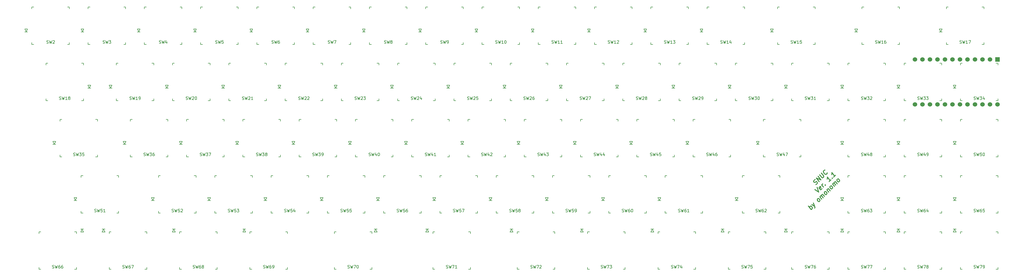
<source format=gto>
G04 #@! TF.GenerationSoftware,KiCad,Pcbnew,(6.0.7)*
G04 #@! TF.CreationDate,2022-08-30T19:15:33+09:00*
G04 #@! TF.ProjectId,keyboard-layouter-playground,6b657962-6f61-4726-942d-6c61796f7574,rev?*
G04 #@! TF.SameCoordinates,PX17eef3cPY7a5a53a*
G04 #@! TF.FileFunction,Legend,Top*
G04 #@! TF.FilePolarity,Positive*
%FSLAX46Y46*%
G04 Gerber Fmt 4.6, Leading zero omitted, Abs format (unit mm)*
G04 Created by KiCad (PCBNEW (6.0.7)) date 2022-08-30 19:15:33*
%MOMM*%
%LPD*%
G01*
G04 APERTURE LIST*
%ADD10C,0.300000*%
%ADD11C,0.200000*%
%ADD12R,1.524000X1.524000*%
%ADD13C,1.524000*%
G04 APERTURE END LIST*
D10*
X269836924Y26109155D02*
X268908847Y27302398D01*
X269262400Y26847829D02*
X269319221Y27005666D01*
X269521252Y27207696D01*
X269666461Y27251890D01*
X269761163Y27245577D01*
X269900059Y27182442D01*
X270165224Y26841516D01*
X270203105Y26677366D01*
X270196791Y26570037D01*
X270139970Y26412201D01*
X269937940Y26210171D01*
X269792730Y26165976D01*
X270076835Y27763280D02*
X270948092Y27220323D01*
X270581912Y28268356D02*
X270948092Y27220323D01*
X271068048Y26835202D01*
X271061734Y26727874D01*
X271004913Y26570037D01*
X272564336Y28836567D02*
X272419127Y28792373D01*
X272324425Y28798687D01*
X272185529Y28861821D01*
X271920364Y29202748D01*
X271882483Y29366897D01*
X271888797Y29474226D01*
X271945618Y29632062D01*
X272097141Y29783585D01*
X272242350Y29827779D01*
X272337052Y29821466D01*
X272475948Y29758331D01*
X272741113Y29417405D01*
X272778994Y29253255D01*
X272772680Y29145926D01*
X272715859Y28988090D01*
X272564336Y28836567D01*
X273372458Y29644689D02*
X272753740Y30440184D01*
X272842128Y30326542D02*
X272848442Y30433871D01*
X272905263Y30591707D01*
X273056786Y30743230D01*
X273201995Y30787424D01*
X273340891Y30724290D01*
X273827027Y30099258D01*
X273340891Y30724290D02*
X273303010Y30888440D01*
X273359831Y31046276D01*
X273511354Y31197799D01*
X273656564Y31241993D01*
X273795460Y31178858D01*
X274281595Y30553827D01*
X274938195Y31210426D02*
X274792985Y31166232D01*
X274698283Y31172545D01*
X274559387Y31235680D01*
X274294222Y31576606D01*
X274256342Y31740756D01*
X274262655Y31848084D01*
X274319476Y32005921D01*
X274470999Y32157444D01*
X274616208Y32201638D01*
X274710910Y32195324D01*
X274849806Y32132190D01*
X275114971Y31791263D01*
X275152852Y31627114D01*
X275146539Y31519785D01*
X275089718Y31361949D01*
X274938195Y31210426D01*
X275127598Y32814043D02*
X275746317Y32018548D01*
X275215987Y32700401D02*
X275222300Y32807729D01*
X275279121Y32965566D01*
X275430644Y33117089D01*
X275575853Y33161283D01*
X275714749Y33098148D01*
X276200885Y32473116D01*
X276857484Y33129716D02*
X276712275Y33085521D01*
X276617573Y33091835D01*
X276478677Y33154969D01*
X276213512Y33495896D01*
X276175631Y33660046D01*
X276181945Y33767374D01*
X276238766Y33925211D01*
X276390289Y34076734D01*
X276535498Y34120928D01*
X276630200Y34114614D01*
X276769096Y34051480D01*
X277034261Y33710553D01*
X277072142Y33546403D01*
X277065828Y33439075D01*
X277009007Y33281238D01*
X276857484Y33129716D01*
X277665606Y33937838D02*
X277046888Y34733333D01*
X277135276Y34619691D02*
X277141590Y34727019D01*
X277198411Y34884856D01*
X277349934Y35036378D01*
X277495143Y35080573D01*
X277634039Y35017438D01*
X278120175Y34392406D01*
X277634039Y35017438D02*
X277596159Y35181588D01*
X277652980Y35339424D01*
X277804502Y35490947D01*
X277949712Y35535141D01*
X278088608Y35472007D01*
X278574744Y34846975D01*
X279231343Y35503574D02*
X279086134Y35459380D01*
X278991432Y35465693D01*
X278852536Y35528828D01*
X278587371Y35869754D01*
X278549490Y36033904D01*
X278555803Y36141233D01*
X278612624Y36299069D01*
X278764147Y36450592D01*
X278909357Y36494786D01*
X279004059Y36488473D01*
X279142955Y36425338D01*
X279408120Y36084412D01*
X279446000Y35920262D01*
X279439687Y35812933D01*
X279382866Y35655097D01*
X279231343Y35503574D01*
X271380588Y34580871D02*
X271576305Y34675573D01*
X271828843Y34928111D01*
X271885664Y35085947D01*
X271891977Y35193276D01*
X271854097Y35357426D01*
X271765708Y35471068D01*
X271626812Y35534202D01*
X271532111Y35540516D01*
X271386901Y35496322D01*
X271140676Y35351112D01*
X270995467Y35306918D01*
X270900765Y35313232D01*
X270761869Y35376366D01*
X270673481Y35490008D01*
X270635600Y35654158D01*
X270641914Y35761487D01*
X270698735Y35919323D01*
X270951273Y36171861D01*
X271146990Y36266563D01*
X272485442Y35584710D02*
X271557364Y36777953D01*
X273091534Y36190802D01*
X272163456Y37384044D01*
X272668532Y37889121D02*
X273419833Y36923162D01*
X273558729Y36860028D01*
X273653431Y36853714D01*
X273798640Y36897908D01*
X274000671Y37099939D01*
X274057492Y37257775D01*
X274063805Y37365104D01*
X274025925Y37529254D01*
X273274624Y38495212D01*
X275225481Y38526779D02*
X275219167Y38419451D01*
X275111839Y38211107D01*
X275010823Y38110091D01*
X274815106Y38015390D01*
X274625703Y38028017D01*
X274486807Y38091151D01*
X274259522Y38267928D01*
X274126940Y38438391D01*
X274000671Y38716183D01*
X273962790Y38880333D01*
X273975417Y39094990D01*
X274082746Y39303334D01*
X274183761Y39404349D01*
X274379478Y39499051D01*
X274474180Y39492738D01*
X271093199Y32898462D02*
X272374830Y32058773D01*
X271800306Y33605569D01*
X273441804Y33226761D02*
X273384983Y33068925D01*
X273182952Y32866895D01*
X273037743Y32822700D01*
X272898847Y32885835D01*
X272545294Y33340404D01*
X272507413Y33504553D01*
X272564234Y33662390D01*
X272766265Y33864420D01*
X272911474Y33908614D01*
X273050370Y33845480D01*
X273138758Y33731838D01*
X272722070Y33113119D01*
X273991074Y33675017D02*
X273372356Y34470512D01*
X273549133Y34243227D02*
X273511252Y34407377D01*
X273517565Y34514706D01*
X273574387Y34672542D01*
X273675402Y34773557D01*
X274559285Y34445258D02*
X274653987Y34438944D01*
X274647674Y34331616D01*
X274552972Y34337929D01*
X274559285Y34445258D01*
X274647674Y34331616D01*
X276516456Y36200398D02*
X275910364Y35594306D01*
X276213410Y35897352D02*
X275285332Y37090595D01*
X275316900Y36819116D01*
X275304273Y36604459D01*
X275247452Y36446623D01*
X276882636Y36768609D02*
X276977338Y36762295D01*
X276971025Y36654967D01*
X276876323Y36661280D01*
X276882636Y36768609D01*
X276971025Y36654967D01*
X278031685Y37715627D02*
X277425593Y37109535D01*
X277728639Y37412581D02*
X276800561Y38605824D01*
X276832129Y38334345D01*
X276819502Y38119688D01*
X276762681Y37961851D01*
D11*
X11035670Y82457239D02*
X11178527Y82409620D01*
X11416623Y82409620D01*
X11511861Y82457239D01*
X11559480Y82504858D01*
X11607099Y82600096D01*
X11607099Y82695334D01*
X11559480Y82790572D01*
X11511861Y82838191D01*
X11416623Y82885810D01*
X11226146Y82933429D01*
X11130908Y82981048D01*
X11083289Y83028667D01*
X11035670Y83123905D01*
X11035670Y83219143D01*
X11083289Y83314381D01*
X11130908Y83362000D01*
X11226146Y83409620D01*
X11464242Y83409620D01*
X11607099Y83362000D01*
X11940432Y83409620D02*
X12178527Y82409620D01*
X12369004Y83123905D01*
X12559480Y82409620D01*
X12797575Y83409620D01*
X13130908Y83314381D02*
X13178527Y83362000D01*
X13273765Y83409620D01*
X13511861Y83409620D01*
X13607099Y83362000D01*
X13654718Y83314381D01*
X13702337Y83219143D01*
X13702337Y83123905D01*
X13654718Y82981048D01*
X13083289Y82409620D01*
X13702337Y82409620D01*
X30085670Y82457239D02*
X30228527Y82409620D01*
X30466623Y82409620D01*
X30561861Y82457239D01*
X30609480Y82504858D01*
X30657099Y82600096D01*
X30657099Y82695334D01*
X30609480Y82790572D01*
X30561861Y82838191D01*
X30466623Y82885810D01*
X30276146Y82933429D01*
X30180908Y82981048D01*
X30133289Y83028667D01*
X30085670Y83123905D01*
X30085670Y83219143D01*
X30133289Y83314381D01*
X30180908Y83362000D01*
X30276146Y83409620D01*
X30514242Y83409620D01*
X30657099Y83362000D01*
X30990432Y83409620D02*
X31228527Y82409620D01*
X31419004Y83123905D01*
X31609480Y82409620D01*
X31847575Y83409620D01*
X32133289Y83409620D02*
X32752337Y83409620D01*
X32419004Y83028667D01*
X32561861Y83028667D01*
X32657099Y82981048D01*
X32704718Y82933429D01*
X32752337Y82838191D01*
X32752337Y82600096D01*
X32704718Y82504858D01*
X32657099Y82457239D01*
X32561861Y82409620D01*
X32276146Y82409620D01*
X32180908Y82457239D01*
X32133289Y82504858D01*
X49135670Y82457239D02*
X49278527Y82409620D01*
X49516623Y82409620D01*
X49611861Y82457239D01*
X49659480Y82504858D01*
X49707099Y82600096D01*
X49707099Y82695334D01*
X49659480Y82790572D01*
X49611861Y82838191D01*
X49516623Y82885810D01*
X49326146Y82933429D01*
X49230908Y82981048D01*
X49183289Y83028667D01*
X49135670Y83123905D01*
X49135670Y83219143D01*
X49183289Y83314381D01*
X49230908Y83362000D01*
X49326146Y83409620D01*
X49564242Y83409620D01*
X49707099Y83362000D01*
X50040432Y83409620D02*
X50278527Y82409620D01*
X50469004Y83123905D01*
X50659480Y82409620D01*
X50897575Y83409620D01*
X51707099Y83076286D02*
X51707099Y82409620D01*
X51469004Y83457239D02*
X51230908Y82742953D01*
X51849956Y82742953D01*
X68185670Y82457239D02*
X68328527Y82409620D01*
X68566623Y82409620D01*
X68661861Y82457239D01*
X68709480Y82504858D01*
X68757099Y82600096D01*
X68757099Y82695334D01*
X68709480Y82790572D01*
X68661861Y82838191D01*
X68566623Y82885810D01*
X68376146Y82933429D01*
X68280908Y82981048D01*
X68233289Y83028667D01*
X68185670Y83123905D01*
X68185670Y83219143D01*
X68233289Y83314381D01*
X68280908Y83362000D01*
X68376146Y83409620D01*
X68614242Y83409620D01*
X68757099Y83362000D01*
X69090432Y83409620D02*
X69328527Y82409620D01*
X69519004Y83123905D01*
X69709480Y82409620D01*
X69947575Y83409620D01*
X70804718Y83409620D02*
X70328527Y83409620D01*
X70280908Y82933429D01*
X70328527Y82981048D01*
X70423765Y83028667D01*
X70661861Y83028667D01*
X70757099Y82981048D01*
X70804718Y82933429D01*
X70852337Y82838191D01*
X70852337Y82600096D01*
X70804718Y82504858D01*
X70757099Y82457239D01*
X70661861Y82409620D01*
X70423765Y82409620D01*
X70328527Y82457239D01*
X70280908Y82504858D01*
X87235670Y82457239D02*
X87378527Y82409620D01*
X87616623Y82409620D01*
X87711861Y82457239D01*
X87759480Y82504858D01*
X87807099Y82600096D01*
X87807099Y82695334D01*
X87759480Y82790572D01*
X87711861Y82838191D01*
X87616623Y82885810D01*
X87426146Y82933429D01*
X87330908Y82981048D01*
X87283289Y83028667D01*
X87235670Y83123905D01*
X87235670Y83219143D01*
X87283289Y83314381D01*
X87330908Y83362000D01*
X87426146Y83409620D01*
X87664242Y83409620D01*
X87807099Y83362000D01*
X88140432Y83409620D02*
X88378527Y82409620D01*
X88569004Y83123905D01*
X88759480Y82409620D01*
X88997575Y83409620D01*
X89807099Y83409620D02*
X89616623Y83409620D01*
X89521384Y83362000D01*
X89473765Y83314381D01*
X89378527Y83171524D01*
X89330908Y82981048D01*
X89330908Y82600096D01*
X89378527Y82504858D01*
X89426146Y82457239D01*
X89521384Y82409620D01*
X89711861Y82409620D01*
X89807099Y82457239D01*
X89854718Y82504858D01*
X89902337Y82600096D01*
X89902337Y82838191D01*
X89854718Y82933429D01*
X89807099Y82981048D01*
X89711861Y83028667D01*
X89521384Y83028667D01*
X89426146Y82981048D01*
X89378527Y82933429D01*
X89330908Y82838191D01*
X106285670Y82457239D02*
X106428527Y82409620D01*
X106666623Y82409620D01*
X106761861Y82457239D01*
X106809480Y82504858D01*
X106857099Y82600096D01*
X106857099Y82695334D01*
X106809480Y82790572D01*
X106761861Y82838191D01*
X106666623Y82885810D01*
X106476146Y82933429D01*
X106380908Y82981048D01*
X106333289Y83028667D01*
X106285670Y83123905D01*
X106285670Y83219143D01*
X106333289Y83314381D01*
X106380908Y83362000D01*
X106476146Y83409620D01*
X106714242Y83409620D01*
X106857099Y83362000D01*
X107190432Y83409620D02*
X107428527Y82409620D01*
X107619004Y83123905D01*
X107809480Y82409620D01*
X108047575Y83409620D01*
X108333289Y83409620D02*
X108999956Y83409620D01*
X108571384Y82409620D01*
X125335670Y82457239D02*
X125478527Y82409620D01*
X125716623Y82409620D01*
X125811861Y82457239D01*
X125859480Y82504858D01*
X125907099Y82600096D01*
X125907099Y82695334D01*
X125859480Y82790572D01*
X125811861Y82838191D01*
X125716623Y82885810D01*
X125526146Y82933429D01*
X125430908Y82981048D01*
X125383289Y83028667D01*
X125335670Y83123905D01*
X125335670Y83219143D01*
X125383289Y83314381D01*
X125430908Y83362000D01*
X125526146Y83409620D01*
X125764242Y83409620D01*
X125907099Y83362000D01*
X126240432Y83409620D02*
X126478527Y82409620D01*
X126669004Y83123905D01*
X126859480Y82409620D01*
X127097575Y83409620D01*
X127621384Y82981048D02*
X127526146Y83028667D01*
X127478527Y83076286D01*
X127430908Y83171524D01*
X127430908Y83219143D01*
X127478527Y83314381D01*
X127526146Y83362000D01*
X127621384Y83409620D01*
X127811861Y83409620D01*
X127907099Y83362000D01*
X127954718Y83314381D01*
X128002337Y83219143D01*
X128002337Y83171524D01*
X127954718Y83076286D01*
X127907099Y83028667D01*
X127811861Y82981048D01*
X127621384Y82981048D01*
X127526146Y82933429D01*
X127478527Y82885810D01*
X127430908Y82790572D01*
X127430908Y82600096D01*
X127478527Y82504858D01*
X127526146Y82457239D01*
X127621384Y82409620D01*
X127811861Y82409620D01*
X127907099Y82457239D01*
X127954718Y82504858D01*
X128002337Y82600096D01*
X128002337Y82790572D01*
X127954718Y82885810D01*
X127907099Y82933429D01*
X127811861Y82981048D01*
X144385670Y82457239D02*
X144528527Y82409620D01*
X144766623Y82409620D01*
X144861861Y82457239D01*
X144909480Y82504858D01*
X144957099Y82600096D01*
X144957099Y82695334D01*
X144909480Y82790572D01*
X144861861Y82838191D01*
X144766623Y82885810D01*
X144576146Y82933429D01*
X144480908Y82981048D01*
X144433289Y83028667D01*
X144385670Y83123905D01*
X144385670Y83219143D01*
X144433289Y83314381D01*
X144480908Y83362000D01*
X144576146Y83409620D01*
X144814242Y83409620D01*
X144957099Y83362000D01*
X145290432Y83409620D02*
X145528527Y82409620D01*
X145719004Y83123905D01*
X145909480Y82409620D01*
X146147575Y83409620D01*
X146576146Y82409620D02*
X146766623Y82409620D01*
X146861861Y82457239D01*
X146909480Y82504858D01*
X147004718Y82647715D01*
X147052337Y82838191D01*
X147052337Y83219143D01*
X147004718Y83314381D01*
X146957099Y83362000D01*
X146861861Y83409620D01*
X146671384Y83409620D01*
X146576146Y83362000D01*
X146528527Y83314381D01*
X146480908Y83219143D01*
X146480908Y82981048D01*
X146528527Y82885810D01*
X146576146Y82838191D01*
X146671384Y82790572D01*
X146861861Y82790572D01*
X146957099Y82838191D01*
X147004718Y82885810D01*
X147052337Y82981048D01*
X162959480Y82457239D02*
X163102337Y82409620D01*
X163340432Y82409620D01*
X163435670Y82457239D01*
X163483289Y82504858D01*
X163530908Y82600096D01*
X163530908Y82695334D01*
X163483289Y82790572D01*
X163435670Y82838191D01*
X163340432Y82885810D01*
X163149956Y82933429D01*
X163054718Y82981048D01*
X163007099Y83028667D01*
X162959480Y83123905D01*
X162959480Y83219143D01*
X163007099Y83314381D01*
X163054718Y83362000D01*
X163149956Y83409620D01*
X163388051Y83409620D01*
X163530908Y83362000D01*
X163864242Y83409620D02*
X164102337Y82409620D01*
X164292813Y83123905D01*
X164483289Y82409620D01*
X164721384Y83409620D01*
X165626146Y82409620D02*
X165054718Y82409620D01*
X165340432Y82409620D02*
X165340432Y83409620D01*
X165245194Y83266762D01*
X165149956Y83171524D01*
X165054718Y83123905D01*
X166245194Y83409620D02*
X166340432Y83409620D01*
X166435670Y83362000D01*
X166483289Y83314381D01*
X166530908Y83219143D01*
X166578527Y83028667D01*
X166578527Y82790572D01*
X166530908Y82600096D01*
X166483289Y82504858D01*
X166435670Y82457239D01*
X166340432Y82409620D01*
X166245194Y82409620D01*
X166149956Y82457239D01*
X166102337Y82504858D01*
X166054718Y82600096D01*
X166007099Y82790572D01*
X166007099Y83028667D01*
X166054718Y83219143D01*
X166102337Y83314381D01*
X166149956Y83362000D01*
X166245194Y83409620D01*
X182009480Y82457239D02*
X182152337Y82409620D01*
X182390432Y82409620D01*
X182485670Y82457239D01*
X182533289Y82504858D01*
X182580908Y82600096D01*
X182580908Y82695334D01*
X182533289Y82790572D01*
X182485670Y82838191D01*
X182390432Y82885810D01*
X182199956Y82933429D01*
X182104718Y82981048D01*
X182057099Y83028667D01*
X182009480Y83123905D01*
X182009480Y83219143D01*
X182057099Y83314381D01*
X182104718Y83362000D01*
X182199956Y83409620D01*
X182438051Y83409620D01*
X182580908Y83362000D01*
X182914242Y83409620D02*
X183152337Y82409620D01*
X183342813Y83123905D01*
X183533289Y82409620D01*
X183771384Y83409620D01*
X184676146Y82409620D02*
X184104718Y82409620D01*
X184390432Y82409620D02*
X184390432Y83409620D01*
X184295194Y83266762D01*
X184199956Y83171524D01*
X184104718Y83123905D01*
X185628527Y82409620D02*
X185057099Y82409620D01*
X185342813Y82409620D02*
X185342813Y83409620D01*
X185247575Y83266762D01*
X185152337Y83171524D01*
X185057099Y83123905D01*
X201059480Y82457239D02*
X201202337Y82409620D01*
X201440432Y82409620D01*
X201535670Y82457239D01*
X201583289Y82504858D01*
X201630908Y82600096D01*
X201630908Y82695334D01*
X201583289Y82790572D01*
X201535670Y82838191D01*
X201440432Y82885810D01*
X201249956Y82933429D01*
X201154718Y82981048D01*
X201107099Y83028667D01*
X201059480Y83123905D01*
X201059480Y83219143D01*
X201107099Y83314381D01*
X201154718Y83362000D01*
X201249956Y83409620D01*
X201488051Y83409620D01*
X201630908Y83362000D01*
X201964242Y83409620D02*
X202202337Y82409620D01*
X202392813Y83123905D01*
X202583289Y82409620D01*
X202821384Y83409620D01*
X203726146Y82409620D02*
X203154718Y82409620D01*
X203440432Y82409620D02*
X203440432Y83409620D01*
X203345194Y83266762D01*
X203249956Y83171524D01*
X203154718Y83123905D01*
X204107099Y83314381D02*
X204154718Y83362000D01*
X204249956Y83409620D01*
X204488051Y83409620D01*
X204583289Y83362000D01*
X204630908Y83314381D01*
X204678527Y83219143D01*
X204678527Y83123905D01*
X204630908Y82981048D01*
X204059480Y82409620D01*
X204678527Y82409620D01*
X220109480Y82457239D02*
X220252337Y82409620D01*
X220490432Y82409620D01*
X220585670Y82457239D01*
X220633289Y82504858D01*
X220680908Y82600096D01*
X220680908Y82695334D01*
X220633289Y82790572D01*
X220585670Y82838191D01*
X220490432Y82885810D01*
X220299956Y82933429D01*
X220204718Y82981048D01*
X220157099Y83028667D01*
X220109480Y83123905D01*
X220109480Y83219143D01*
X220157099Y83314381D01*
X220204718Y83362000D01*
X220299956Y83409620D01*
X220538051Y83409620D01*
X220680908Y83362000D01*
X221014242Y83409620D02*
X221252337Y82409620D01*
X221442813Y83123905D01*
X221633289Y82409620D01*
X221871384Y83409620D01*
X222776146Y82409620D02*
X222204718Y82409620D01*
X222490432Y82409620D02*
X222490432Y83409620D01*
X222395194Y83266762D01*
X222299956Y83171524D01*
X222204718Y83123905D01*
X223109480Y83409620D02*
X223728527Y83409620D01*
X223395194Y83028667D01*
X223538051Y83028667D01*
X223633289Y82981048D01*
X223680908Y82933429D01*
X223728527Y82838191D01*
X223728527Y82600096D01*
X223680908Y82504858D01*
X223633289Y82457239D01*
X223538051Y82409620D01*
X223252337Y82409620D01*
X223157099Y82457239D01*
X223109480Y82504858D01*
X239159480Y82457239D02*
X239302337Y82409620D01*
X239540432Y82409620D01*
X239635670Y82457239D01*
X239683289Y82504858D01*
X239730908Y82600096D01*
X239730908Y82695334D01*
X239683289Y82790572D01*
X239635670Y82838191D01*
X239540432Y82885810D01*
X239349956Y82933429D01*
X239254718Y82981048D01*
X239207099Y83028667D01*
X239159480Y83123905D01*
X239159480Y83219143D01*
X239207099Y83314381D01*
X239254718Y83362000D01*
X239349956Y83409620D01*
X239588051Y83409620D01*
X239730908Y83362000D01*
X240064242Y83409620D02*
X240302337Y82409620D01*
X240492813Y83123905D01*
X240683289Y82409620D01*
X240921384Y83409620D01*
X241826146Y82409620D02*
X241254718Y82409620D01*
X241540432Y82409620D02*
X241540432Y83409620D01*
X241445194Y83266762D01*
X241349956Y83171524D01*
X241254718Y83123905D01*
X242683289Y83076286D02*
X242683289Y82409620D01*
X242445194Y83457239D02*
X242207099Y82742953D01*
X242826146Y82742953D01*
X291546980Y82457239D02*
X291689837Y82409620D01*
X291927932Y82409620D01*
X292023170Y82457239D01*
X292070789Y82504858D01*
X292118408Y82600096D01*
X292118408Y82695334D01*
X292070789Y82790572D01*
X292023170Y82838191D01*
X291927932Y82885810D01*
X291737456Y82933429D01*
X291642218Y82981048D01*
X291594599Y83028667D01*
X291546980Y83123905D01*
X291546980Y83219143D01*
X291594599Y83314381D01*
X291642218Y83362000D01*
X291737456Y83409620D01*
X291975551Y83409620D01*
X292118408Y83362000D01*
X292451742Y83409620D02*
X292689837Y82409620D01*
X292880313Y83123905D01*
X293070789Y82409620D01*
X293308884Y83409620D01*
X294213646Y82409620D02*
X293642218Y82409620D01*
X293927932Y82409620D02*
X293927932Y83409620D01*
X293832694Y83266762D01*
X293737456Y83171524D01*
X293642218Y83123905D01*
X295070789Y83409620D02*
X294880313Y83409620D01*
X294785075Y83362000D01*
X294737456Y83314381D01*
X294642218Y83171524D01*
X294594599Y82981048D01*
X294594599Y82600096D01*
X294642218Y82504858D01*
X294689837Y82457239D01*
X294785075Y82409620D01*
X294975551Y82409620D01*
X295070789Y82457239D01*
X295118408Y82504858D01*
X295166027Y82600096D01*
X295166027Y82838191D01*
X295118408Y82933429D01*
X295070789Y82981048D01*
X294975551Y83028667D01*
X294785075Y83028667D01*
X294689837Y82981048D01*
X294642218Y82933429D01*
X294594599Y82838191D01*
X320121980Y82457239D02*
X320264837Y82409620D01*
X320502932Y82409620D01*
X320598170Y82457239D01*
X320645789Y82504858D01*
X320693408Y82600096D01*
X320693408Y82695334D01*
X320645789Y82790572D01*
X320598170Y82838191D01*
X320502932Y82885810D01*
X320312456Y82933429D01*
X320217218Y82981048D01*
X320169599Y83028667D01*
X320121980Y83123905D01*
X320121980Y83219143D01*
X320169599Y83314381D01*
X320217218Y83362000D01*
X320312456Y83409620D01*
X320550551Y83409620D01*
X320693408Y83362000D01*
X321026742Y83409620D02*
X321264837Y82409620D01*
X321455313Y83123905D01*
X321645789Y82409620D01*
X321883884Y83409620D01*
X322788646Y82409620D02*
X322217218Y82409620D01*
X322502932Y82409620D02*
X322502932Y83409620D01*
X322407694Y83266762D01*
X322312456Y83171524D01*
X322217218Y83123905D01*
X323121980Y83409620D02*
X323788646Y83409620D01*
X323360075Y82409620D01*
X39134480Y63407239D02*
X39277337Y63359620D01*
X39515432Y63359620D01*
X39610670Y63407239D01*
X39658289Y63454858D01*
X39705908Y63550096D01*
X39705908Y63645334D01*
X39658289Y63740572D01*
X39610670Y63788191D01*
X39515432Y63835810D01*
X39324956Y63883429D01*
X39229718Y63931048D01*
X39182099Y63978667D01*
X39134480Y64073905D01*
X39134480Y64169143D01*
X39182099Y64264381D01*
X39229718Y64312000D01*
X39324956Y64359620D01*
X39563051Y64359620D01*
X39705908Y64312000D01*
X40039242Y64359620D02*
X40277337Y63359620D01*
X40467813Y64073905D01*
X40658289Y63359620D01*
X40896384Y64359620D01*
X41801146Y63359620D02*
X41229718Y63359620D01*
X41515432Y63359620D02*
X41515432Y64359620D01*
X41420194Y64216762D01*
X41324956Y64121524D01*
X41229718Y64073905D01*
X42277337Y63359620D02*
X42467813Y63359620D01*
X42563051Y63407239D01*
X42610670Y63454858D01*
X42705908Y63597715D01*
X42753527Y63788191D01*
X42753527Y64169143D01*
X42705908Y64264381D01*
X42658289Y64312000D01*
X42563051Y64359620D01*
X42372575Y64359620D01*
X42277337Y64312000D01*
X42229718Y64264381D01*
X42182099Y64169143D01*
X42182099Y63931048D01*
X42229718Y63835810D01*
X42277337Y63788191D01*
X42372575Y63740572D01*
X42563051Y63740572D01*
X42658289Y63788191D01*
X42705908Y63835810D01*
X42753527Y63931048D01*
X58184480Y63407239D02*
X58327337Y63359620D01*
X58565432Y63359620D01*
X58660670Y63407239D01*
X58708289Y63454858D01*
X58755908Y63550096D01*
X58755908Y63645334D01*
X58708289Y63740572D01*
X58660670Y63788191D01*
X58565432Y63835810D01*
X58374956Y63883429D01*
X58279718Y63931048D01*
X58232099Y63978667D01*
X58184480Y64073905D01*
X58184480Y64169143D01*
X58232099Y64264381D01*
X58279718Y64312000D01*
X58374956Y64359620D01*
X58613051Y64359620D01*
X58755908Y64312000D01*
X59089242Y64359620D02*
X59327337Y63359620D01*
X59517813Y64073905D01*
X59708289Y63359620D01*
X59946384Y64359620D01*
X60279718Y64264381D02*
X60327337Y64312000D01*
X60422575Y64359620D01*
X60660670Y64359620D01*
X60755908Y64312000D01*
X60803527Y64264381D01*
X60851146Y64169143D01*
X60851146Y64073905D01*
X60803527Y63931048D01*
X60232099Y63359620D01*
X60851146Y63359620D01*
X61470194Y64359620D02*
X61565432Y64359620D01*
X61660670Y64312000D01*
X61708289Y64264381D01*
X61755908Y64169143D01*
X61803527Y63978667D01*
X61803527Y63740572D01*
X61755908Y63550096D01*
X61708289Y63454858D01*
X61660670Y63407239D01*
X61565432Y63359620D01*
X61470194Y63359620D01*
X61374956Y63407239D01*
X61327337Y63454858D01*
X61279718Y63550096D01*
X61232099Y63740572D01*
X61232099Y63978667D01*
X61279718Y64169143D01*
X61327337Y64264381D01*
X61374956Y64312000D01*
X61470194Y64359620D01*
X77234480Y63407239D02*
X77377337Y63359620D01*
X77615432Y63359620D01*
X77710670Y63407239D01*
X77758289Y63454858D01*
X77805908Y63550096D01*
X77805908Y63645334D01*
X77758289Y63740572D01*
X77710670Y63788191D01*
X77615432Y63835810D01*
X77424956Y63883429D01*
X77329718Y63931048D01*
X77282099Y63978667D01*
X77234480Y64073905D01*
X77234480Y64169143D01*
X77282099Y64264381D01*
X77329718Y64312000D01*
X77424956Y64359620D01*
X77663051Y64359620D01*
X77805908Y64312000D01*
X78139242Y64359620D02*
X78377337Y63359620D01*
X78567813Y64073905D01*
X78758289Y63359620D01*
X78996384Y64359620D01*
X79329718Y64264381D02*
X79377337Y64312000D01*
X79472575Y64359620D01*
X79710670Y64359620D01*
X79805908Y64312000D01*
X79853527Y64264381D01*
X79901146Y64169143D01*
X79901146Y64073905D01*
X79853527Y63931048D01*
X79282099Y63359620D01*
X79901146Y63359620D01*
X80853527Y63359620D02*
X80282099Y63359620D01*
X80567813Y63359620D02*
X80567813Y64359620D01*
X80472575Y64216762D01*
X80377337Y64121524D01*
X80282099Y64073905D01*
X96284480Y63407239D02*
X96427337Y63359620D01*
X96665432Y63359620D01*
X96760670Y63407239D01*
X96808289Y63454858D01*
X96855908Y63550096D01*
X96855908Y63645334D01*
X96808289Y63740572D01*
X96760670Y63788191D01*
X96665432Y63835810D01*
X96474956Y63883429D01*
X96379718Y63931048D01*
X96332099Y63978667D01*
X96284480Y64073905D01*
X96284480Y64169143D01*
X96332099Y64264381D01*
X96379718Y64312000D01*
X96474956Y64359620D01*
X96713051Y64359620D01*
X96855908Y64312000D01*
X97189242Y64359620D02*
X97427337Y63359620D01*
X97617813Y64073905D01*
X97808289Y63359620D01*
X98046384Y64359620D01*
X98379718Y64264381D02*
X98427337Y64312000D01*
X98522575Y64359620D01*
X98760670Y64359620D01*
X98855908Y64312000D01*
X98903527Y64264381D01*
X98951146Y64169143D01*
X98951146Y64073905D01*
X98903527Y63931048D01*
X98332099Y63359620D01*
X98951146Y63359620D01*
X99332099Y64264381D02*
X99379718Y64312000D01*
X99474956Y64359620D01*
X99713051Y64359620D01*
X99808289Y64312000D01*
X99855908Y64264381D01*
X99903527Y64169143D01*
X99903527Y64073905D01*
X99855908Y63931048D01*
X99284480Y63359620D01*
X99903527Y63359620D01*
X115334480Y63407239D02*
X115477337Y63359620D01*
X115715432Y63359620D01*
X115810670Y63407239D01*
X115858289Y63454858D01*
X115905908Y63550096D01*
X115905908Y63645334D01*
X115858289Y63740572D01*
X115810670Y63788191D01*
X115715432Y63835810D01*
X115524956Y63883429D01*
X115429718Y63931048D01*
X115382099Y63978667D01*
X115334480Y64073905D01*
X115334480Y64169143D01*
X115382099Y64264381D01*
X115429718Y64312000D01*
X115524956Y64359620D01*
X115763051Y64359620D01*
X115905908Y64312000D01*
X116239242Y64359620D02*
X116477337Y63359620D01*
X116667813Y64073905D01*
X116858289Y63359620D01*
X117096384Y64359620D01*
X117429718Y64264381D02*
X117477337Y64312000D01*
X117572575Y64359620D01*
X117810670Y64359620D01*
X117905908Y64312000D01*
X117953527Y64264381D01*
X118001146Y64169143D01*
X118001146Y64073905D01*
X117953527Y63931048D01*
X117382099Y63359620D01*
X118001146Y63359620D01*
X118334480Y64359620D02*
X118953527Y64359620D01*
X118620194Y63978667D01*
X118763051Y63978667D01*
X118858289Y63931048D01*
X118905908Y63883429D01*
X118953527Y63788191D01*
X118953527Y63550096D01*
X118905908Y63454858D01*
X118858289Y63407239D01*
X118763051Y63359620D01*
X118477337Y63359620D01*
X118382099Y63407239D01*
X118334480Y63454858D01*
X134384480Y63407239D02*
X134527337Y63359620D01*
X134765432Y63359620D01*
X134860670Y63407239D01*
X134908289Y63454858D01*
X134955908Y63550096D01*
X134955908Y63645334D01*
X134908289Y63740572D01*
X134860670Y63788191D01*
X134765432Y63835810D01*
X134574956Y63883429D01*
X134479718Y63931048D01*
X134432099Y63978667D01*
X134384480Y64073905D01*
X134384480Y64169143D01*
X134432099Y64264381D01*
X134479718Y64312000D01*
X134574956Y64359620D01*
X134813051Y64359620D01*
X134955908Y64312000D01*
X135289242Y64359620D02*
X135527337Y63359620D01*
X135717813Y64073905D01*
X135908289Y63359620D01*
X136146384Y64359620D01*
X136479718Y64264381D02*
X136527337Y64312000D01*
X136622575Y64359620D01*
X136860670Y64359620D01*
X136955908Y64312000D01*
X137003527Y64264381D01*
X137051146Y64169143D01*
X137051146Y64073905D01*
X137003527Y63931048D01*
X136432099Y63359620D01*
X137051146Y63359620D01*
X137908289Y64026286D02*
X137908289Y63359620D01*
X137670194Y64407239D02*
X137432099Y63692953D01*
X138051146Y63692953D01*
X153434480Y63407239D02*
X153577337Y63359620D01*
X153815432Y63359620D01*
X153910670Y63407239D01*
X153958289Y63454858D01*
X154005908Y63550096D01*
X154005908Y63645334D01*
X153958289Y63740572D01*
X153910670Y63788191D01*
X153815432Y63835810D01*
X153624956Y63883429D01*
X153529718Y63931048D01*
X153482099Y63978667D01*
X153434480Y64073905D01*
X153434480Y64169143D01*
X153482099Y64264381D01*
X153529718Y64312000D01*
X153624956Y64359620D01*
X153863051Y64359620D01*
X154005908Y64312000D01*
X154339242Y64359620D02*
X154577337Y63359620D01*
X154767813Y64073905D01*
X154958289Y63359620D01*
X155196384Y64359620D01*
X155529718Y64264381D02*
X155577337Y64312000D01*
X155672575Y64359620D01*
X155910670Y64359620D01*
X156005908Y64312000D01*
X156053527Y64264381D01*
X156101146Y64169143D01*
X156101146Y64073905D01*
X156053527Y63931048D01*
X155482099Y63359620D01*
X156101146Y63359620D01*
X157005908Y64359620D02*
X156529718Y64359620D01*
X156482099Y63883429D01*
X156529718Y63931048D01*
X156624956Y63978667D01*
X156863051Y63978667D01*
X156958289Y63931048D01*
X157005908Y63883429D01*
X157053527Y63788191D01*
X157053527Y63550096D01*
X157005908Y63454858D01*
X156958289Y63407239D01*
X156863051Y63359620D01*
X156624956Y63359620D01*
X156529718Y63407239D01*
X156482099Y63454858D01*
X172484480Y63407239D02*
X172627337Y63359620D01*
X172865432Y63359620D01*
X172960670Y63407239D01*
X173008289Y63454858D01*
X173055908Y63550096D01*
X173055908Y63645334D01*
X173008289Y63740572D01*
X172960670Y63788191D01*
X172865432Y63835810D01*
X172674956Y63883429D01*
X172579718Y63931048D01*
X172532099Y63978667D01*
X172484480Y64073905D01*
X172484480Y64169143D01*
X172532099Y64264381D01*
X172579718Y64312000D01*
X172674956Y64359620D01*
X172913051Y64359620D01*
X173055908Y64312000D01*
X173389242Y64359620D02*
X173627337Y63359620D01*
X173817813Y64073905D01*
X174008289Y63359620D01*
X174246384Y64359620D01*
X174579718Y64264381D02*
X174627337Y64312000D01*
X174722575Y64359620D01*
X174960670Y64359620D01*
X175055908Y64312000D01*
X175103527Y64264381D01*
X175151146Y64169143D01*
X175151146Y64073905D01*
X175103527Y63931048D01*
X174532099Y63359620D01*
X175151146Y63359620D01*
X176008289Y64359620D02*
X175817813Y64359620D01*
X175722575Y64312000D01*
X175674956Y64264381D01*
X175579718Y64121524D01*
X175532099Y63931048D01*
X175532099Y63550096D01*
X175579718Y63454858D01*
X175627337Y63407239D01*
X175722575Y63359620D01*
X175913051Y63359620D01*
X176008289Y63407239D01*
X176055908Y63454858D01*
X176103527Y63550096D01*
X176103527Y63788191D01*
X176055908Y63883429D01*
X176008289Y63931048D01*
X175913051Y63978667D01*
X175722575Y63978667D01*
X175627337Y63931048D01*
X175579718Y63883429D01*
X175532099Y63788191D01*
X191534480Y63407239D02*
X191677337Y63359620D01*
X191915432Y63359620D01*
X192010670Y63407239D01*
X192058289Y63454858D01*
X192105908Y63550096D01*
X192105908Y63645334D01*
X192058289Y63740572D01*
X192010670Y63788191D01*
X191915432Y63835810D01*
X191724956Y63883429D01*
X191629718Y63931048D01*
X191582099Y63978667D01*
X191534480Y64073905D01*
X191534480Y64169143D01*
X191582099Y64264381D01*
X191629718Y64312000D01*
X191724956Y64359620D01*
X191963051Y64359620D01*
X192105908Y64312000D01*
X192439242Y64359620D02*
X192677337Y63359620D01*
X192867813Y64073905D01*
X193058289Y63359620D01*
X193296384Y64359620D01*
X193629718Y64264381D02*
X193677337Y64312000D01*
X193772575Y64359620D01*
X194010670Y64359620D01*
X194105908Y64312000D01*
X194153527Y64264381D01*
X194201146Y64169143D01*
X194201146Y64073905D01*
X194153527Y63931048D01*
X193582099Y63359620D01*
X194201146Y63359620D01*
X194534480Y64359620D02*
X195201146Y64359620D01*
X194772575Y63359620D01*
X210584480Y63407239D02*
X210727337Y63359620D01*
X210965432Y63359620D01*
X211060670Y63407239D01*
X211108289Y63454858D01*
X211155908Y63550096D01*
X211155908Y63645334D01*
X211108289Y63740572D01*
X211060670Y63788191D01*
X210965432Y63835810D01*
X210774956Y63883429D01*
X210679718Y63931048D01*
X210632099Y63978667D01*
X210584480Y64073905D01*
X210584480Y64169143D01*
X210632099Y64264381D01*
X210679718Y64312000D01*
X210774956Y64359620D01*
X211013051Y64359620D01*
X211155908Y64312000D01*
X211489242Y64359620D02*
X211727337Y63359620D01*
X211917813Y64073905D01*
X212108289Y63359620D01*
X212346384Y64359620D01*
X212679718Y64264381D02*
X212727337Y64312000D01*
X212822575Y64359620D01*
X213060670Y64359620D01*
X213155908Y64312000D01*
X213203527Y64264381D01*
X213251146Y64169143D01*
X213251146Y64073905D01*
X213203527Y63931048D01*
X212632099Y63359620D01*
X213251146Y63359620D01*
X213822575Y63931048D02*
X213727337Y63978667D01*
X213679718Y64026286D01*
X213632099Y64121524D01*
X213632099Y64169143D01*
X213679718Y64264381D01*
X213727337Y64312000D01*
X213822575Y64359620D01*
X214013051Y64359620D01*
X214108289Y64312000D01*
X214155908Y64264381D01*
X214203527Y64169143D01*
X214203527Y64121524D01*
X214155908Y64026286D01*
X214108289Y63978667D01*
X214013051Y63931048D01*
X213822575Y63931048D01*
X213727337Y63883429D01*
X213679718Y63835810D01*
X213632099Y63740572D01*
X213632099Y63550096D01*
X213679718Y63454858D01*
X213727337Y63407239D01*
X213822575Y63359620D01*
X214013051Y63359620D01*
X214108289Y63407239D01*
X214155908Y63454858D01*
X214203527Y63550096D01*
X214203527Y63740572D01*
X214155908Y63835810D01*
X214108289Y63883429D01*
X214013051Y63931048D01*
X229634480Y63407239D02*
X229777337Y63359620D01*
X230015432Y63359620D01*
X230110670Y63407239D01*
X230158289Y63454858D01*
X230205908Y63550096D01*
X230205908Y63645334D01*
X230158289Y63740572D01*
X230110670Y63788191D01*
X230015432Y63835810D01*
X229824956Y63883429D01*
X229729718Y63931048D01*
X229682099Y63978667D01*
X229634480Y64073905D01*
X229634480Y64169143D01*
X229682099Y64264381D01*
X229729718Y64312000D01*
X229824956Y64359620D01*
X230063051Y64359620D01*
X230205908Y64312000D01*
X230539242Y64359620D02*
X230777337Y63359620D01*
X230967813Y64073905D01*
X231158289Y63359620D01*
X231396384Y64359620D01*
X231729718Y64264381D02*
X231777337Y64312000D01*
X231872575Y64359620D01*
X232110670Y64359620D01*
X232205908Y64312000D01*
X232253527Y64264381D01*
X232301146Y64169143D01*
X232301146Y64073905D01*
X232253527Y63931048D01*
X231682099Y63359620D01*
X232301146Y63359620D01*
X232777337Y63359620D02*
X232967813Y63359620D01*
X233063051Y63407239D01*
X233110670Y63454858D01*
X233205908Y63597715D01*
X233253527Y63788191D01*
X233253527Y64169143D01*
X233205908Y64264381D01*
X233158289Y64312000D01*
X233063051Y64359620D01*
X232872575Y64359620D01*
X232777337Y64312000D01*
X232729718Y64264381D01*
X232682099Y64169143D01*
X232682099Y63931048D01*
X232729718Y63835810D01*
X232777337Y63788191D01*
X232872575Y63740572D01*
X233063051Y63740572D01*
X233158289Y63788191D01*
X233205908Y63835810D01*
X233253527Y63931048D01*
X248684480Y63407239D02*
X248827337Y63359620D01*
X249065432Y63359620D01*
X249160670Y63407239D01*
X249208289Y63454858D01*
X249255908Y63550096D01*
X249255908Y63645334D01*
X249208289Y63740572D01*
X249160670Y63788191D01*
X249065432Y63835810D01*
X248874956Y63883429D01*
X248779718Y63931048D01*
X248732099Y63978667D01*
X248684480Y64073905D01*
X248684480Y64169143D01*
X248732099Y64264381D01*
X248779718Y64312000D01*
X248874956Y64359620D01*
X249113051Y64359620D01*
X249255908Y64312000D01*
X249589242Y64359620D02*
X249827337Y63359620D01*
X250017813Y64073905D01*
X250208289Y63359620D01*
X250446384Y64359620D01*
X250732099Y64359620D02*
X251351146Y64359620D01*
X251017813Y63978667D01*
X251160670Y63978667D01*
X251255908Y63931048D01*
X251303527Y63883429D01*
X251351146Y63788191D01*
X251351146Y63550096D01*
X251303527Y63454858D01*
X251255908Y63407239D01*
X251160670Y63359620D01*
X250874956Y63359620D01*
X250779718Y63407239D01*
X250732099Y63454858D01*
X251970194Y64359620D02*
X252065432Y64359620D01*
X252160670Y64312000D01*
X252208289Y64264381D01*
X252255908Y64169143D01*
X252303527Y63978667D01*
X252303527Y63740572D01*
X252255908Y63550096D01*
X252208289Y63454858D01*
X252160670Y63407239D01*
X252065432Y63359620D01*
X251970194Y63359620D01*
X251874956Y63407239D01*
X251827337Y63454858D01*
X251779718Y63550096D01*
X251732099Y63740572D01*
X251732099Y63978667D01*
X251779718Y64169143D01*
X251827337Y64264381D01*
X251874956Y64312000D01*
X251970194Y64359620D01*
X267734480Y63407239D02*
X267877337Y63359620D01*
X268115432Y63359620D01*
X268210670Y63407239D01*
X268258289Y63454858D01*
X268305908Y63550096D01*
X268305908Y63645334D01*
X268258289Y63740572D01*
X268210670Y63788191D01*
X268115432Y63835810D01*
X267924956Y63883429D01*
X267829718Y63931048D01*
X267782099Y63978667D01*
X267734480Y64073905D01*
X267734480Y64169143D01*
X267782099Y64264381D01*
X267829718Y64312000D01*
X267924956Y64359620D01*
X268163051Y64359620D01*
X268305908Y64312000D01*
X268639242Y64359620D02*
X268877337Y63359620D01*
X269067813Y64073905D01*
X269258289Y63359620D01*
X269496384Y64359620D01*
X269782099Y64359620D02*
X270401146Y64359620D01*
X270067813Y63978667D01*
X270210670Y63978667D01*
X270305908Y63931048D01*
X270353527Y63883429D01*
X270401146Y63788191D01*
X270401146Y63550096D01*
X270353527Y63454858D01*
X270305908Y63407239D01*
X270210670Y63359620D01*
X269924956Y63359620D01*
X269829718Y63407239D01*
X269782099Y63454858D01*
X271353527Y63359620D02*
X270782099Y63359620D01*
X271067813Y63359620D02*
X271067813Y64359620D01*
X270972575Y64216762D01*
X270877337Y64121524D01*
X270782099Y64073905D01*
X286784480Y63407239D02*
X286927337Y63359620D01*
X287165432Y63359620D01*
X287260670Y63407239D01*
X287308289Y63454858D01*
X287355908Y63550096D01*
X287355908Y63645334D01*
X287308289Y63740572D01*
X287260670Y63788191D01*
X287165432Y63835810D01*
X286974956Y63883429D01*
X286879718Y63931048D01*
X286832099Y63978667D01*
X286784480Y64073905D01*
X286784480Y64169143D01*
X286832099Y64264381D01*
X286879718Y64312000D01*
X286974956Y64359620D01*
X287213051Y64359620D01*
X287355908Y64312000D01*
X287689242Y64359620D02*
X287927337Y63359620D01*
X288117813Y64073905D01*
X288308289Y63359620D01*
X288546384Y64359620D01*
X288832099Y64359620D02*
X289451146Y64359620D01*
X289117813Y63978667D01*
X289260670Y63978667D01*
X289355908Y63931048D01*
X289403527Y63883429D01*
X289451146Y63788191D01*
X289451146Y63550096D01*
X289403527Y63454858D01*
X289355908Y63407239D01*
X289260670Y63359620D01*
X288974956Y63359620D01*
X288879718Y63407239D01*
X288832099Y63454858D01*
X289832099Y64264381D02*
X289879718Y64312000D01*
X289974956Y64359620D01*
X290213051Y64359620D01*
X290308289Y64312000D01*
X290355908Y64264381D01*
X290403527Y64169143D01*
X290403527Y64073905D01*
X290355908Y63931048D01*
X289784480Y63359620D01*
X290403527Y63359620D01*
X305834480Y63407239D02*
X305977337Y63359620D01*
X306215432Y63359620D01*
X306310670Y63407239D01*
X306358289Y63454858D01*
X306405908Y63550096D01*
X306405908Y63645334D01*
X306358289Y63740572D01*
X306310670Y63788191D01*
X306215432Y63835810D01*
X306024956Y63883429D01*
X305929718Y63931048D01*
X305882099Y63978667D01*
X305834480Y64073905D01*
X305834480Y64169143D01*
X305882099Y64264381D01*
X305929718Y64312000D01*
X306024956Y64359620D01*
X306263051Y64359620D01*
X306405908Y64312000D01*
X306739242Y64359620D02*
X306977337Y63359620D01*
X307167813Y64073905D01*
X307358289Y63359620D01*
X307596384Y64359620D01*
X307882099Y64359620D02*
X308501146Y64359620D01*
X308167813Y63978667D01*
X308310670Y63978667D01*
X308405908Y63931048D01*
X308453527Y63883429D01*
X308501146Y63788191D01*
X308501146Y63550096D01*
X308453527Y63454858D01*
X308405908Y63407239D01*
X308310670Y63359620D01*
X308024956Y63359620D01*
X307929718Y63407239D01*
X307882099Y63454858D01*
X308834480Y64359620D02*
X309453527Y64359620D01*
X309120194Y63978667D01*
X309263051Y63978667D01*
X309358289Y63931048D01*
X309405908Y63883429D01*
X309453527Y63788191D01*
X309453527Y63550096D01*
X309405908Y63454858D01*
X309358289Y63407239D01*
X309263051Y63359620D01*
X308977337Y63359620D01*
X308882099Y63407239D01*
X308834480Y63454858D01*
X324884480Y63407239D02*
X325027337Y63359620D01*
X325265432Y63359620D01*
X325360670Y63407239D01*
X325408289Y63454858D01*
X325455908Y63550096D01*
X325455908Y63645334D01*
X325408289Y63740572D01*
X325360670Y63788191D01*
X325265432Y63835810D01*
X325074956Y63883429D01*
X324979718Y63931048D01*
X324932099Y63978667D01*
X324884480Y64073905D01*
X324884480Y64169143D01*
X324932099Y64264381D01*
X324979718Y64312000D01*
X325074956Y64359620D01*
X325313051Y64359620D01*
X325455908Y64312000D01*
X325789242Y64359620D02*
X326027337Y63359620D01*
X326217813Y64073905D01*
X326408289Y63359620D01*
X326646384Y64359620D01*
X326932099Y64359620D02*
X327551146Y64359620D01*
X327217813Y63978667D01*
X327360670Y63978667D01*
X327455908Y63931048D01*
X327503527Y63883429D01*
X327551146Y63788191D01*
X327551146Y63550096D01*
X327503527Y63454858D01*
X327455908Y63407239D01*
X327360670Y63359620D01*
X327074956Y63359620D01*
X326979718Y63407239D01*
X326932099Y63454858D01*
X328408289Y64026286D02*
X328408289Y63359620D01*
X328170194Y64407239D02*
X327932099Y63692953D01*
X328551146Y63692953D01*
X43896980Y44357239D02*
X44039837Y44309620D01*
X44277932Y44309620D01*
X44373170Y44357239D01*
X44420789Y44404858D01*
X44468408Y44500096D01*
X44468408Y44595334D01*
X44420789Y44690572D01*
X44373170Y44738191D01*
X44277932Y44785810D01*
X44087456Y44833429D01*
X43992218Y44881048D01*
X43944599Y44928667D01*
X43896980Y45023905D01*
X43896980Y45119143D01*
X43944599Y45214381D01*
X43992218Y45262000D01*
X44087456Y45309620D01*
X44325551Y45309620D01*
X44468408Y45262000D01*
X44801742Y45309620D02*
X45039837Y44309620D01*
X45230313Y45023905D01*
X45420789Y44309620D01*
X45658884Y45309620D01*
X45944599Y45309620D02*
X46563646Y45309620D01*
X46230313Y44928667D01*
X46373170Y44928667D01*
X46468408Y44881048D01*
X46516027Y44833429D01*
X46563646Y44738191D01*
X46563646Y44500096D01*
X46516027Y44404858D01*
X46468408Y44357239D01*
X46373170Y44309620D01*
X46087456Y44309620D01*
X45992218Y44357239D01*
X45944599Y44404858D01*
X47420789Y45309620D02*
X47230313Y45309620D01*
X47135075Y45262000D01*
X47087456Y45214381D01*
X46992218Y45071524D01*
X46944599Y44881048D01*
X46944599Y44500096D01*
X46992218Y44404858D01*
X47039837Y44357239D01*
X47135075Y44309620D01*
X47325551Y44309620D01*
X47420789Y44357239D01*
X47468408Y44404858D01*
X47516027Y44500096D01*
X47516027Y44738191D01*
X47468408Y44833429D01*
X47420789Y44881048D01*
X47325551Y44928667D01*
X47135075Y44928667D01*
X47039837Y44881048D01*
X46992218Y44833429D01*
X46944599Y44738191D01*
X62946980Y44357239D02*
X63089837Y44309620D01*
X63327932Y44309620D01*
X63423170Y44357239D01*
X63470789Y44404858D01*
X63518408Y44500096D01*
X63518408Y44595334D01*
X63470789Y44690572D01*
X63423170Y44738191D01*
X63327932Y44785810D01*
X63137456Y44833429D01*
X63042218Y44881048D01*
X62994599Y44928667D01*
X62946980Y45023905D01*
X62946980Y45119143D01*
X62994599Y45214381D01*
X63042218Y45262000D01*
X63137456Y45309620D01*
X63375551Y45309620D01*
X63518408Y45262000D01*
X63851742Y45309620D02*
X64089837Y44309620D01*
X64280313Y45023905D01*
X64470789Y44309620D01*
X64708884Y45309620D01*
X64994599Y45309620D02*
X65613646Y45309620D01*
X65280313Y44928667D01*
X65423170Y44928667D01*
X65518408Y44881048D01*
X65566027Y44833429D01*
X65613646Y44738191D01*
X65613646Y44500096D01*
X65566027Y44404858D01*
X65518408Y44357239D01*
X65423170Y44309620D01*
X65137456Y44309620D01*
X65042218Y44357239D01*
X64994599Y44404858D01*
X65946980Y45309620D02*
X66613646Y45309620D01*
X66185075Y44309620D01*
X81996980Y44357239D02*
X82139837Y44309620D01*
X82377932Y44309620D01*
X82473170Y44357239D01*
X82520789Y44404858D01*
X82568408Y44500096D01*
X82568408Y44595334D01*
X82520789Y44690572D01*
X82473170Y44738191D01*
X82377932Y44785810D01*
X82187456Y44833429D01*
X82092218Y44881048D01*
X82044599Y44928667D01*
X81996980Y45023905D01*
X81996980Y45119143D01*
X82044599Y45214381D01*
X82092218Y45262000D01*
X82187456Y45309620D01*
X82425551Y45309620D01*
X82568408Y45262000D01*
X82901742Y45309620D02*
X83139837Y44309620D01*
X83330313Y45023905D01*
X83520789Y44309620D01*
X83758884Y45309620D01*
X84044599Y45309620D02*
X84663646Y45309620D01*
X84330313Y44928667D01*
X84473170Y44928667D01*
X84568408Y44881048D01*
X84616027Y44833429D01*
X84663646Y44738191D01*
X84663646Y44500096D01*
X84616027Y44404858D01*
X84568408Y44357239D01*
X84473170Y44309620D01*
X84187456Y44309620D01*
X84092218Y44357239D01*
X84044599Y44404858D01*
X85235075Y44881048D02*
X85139837Y44928667D01*
X85092218Y44976286D01*
X85044599Y45071524D01*
X85044599Y45119143D01*
X85092218Y45214381D01*
X85139837Y45262000D01*
X85235075Y45309620D01*
X85425551Y45309620D01*
X85520789Y45262000D01*
X85568408Y45214381D01*
X85616027Y45119143D01*
X85616027Y45071524D01*
X85568408Y44976286D01*
X85520789Y44928667D01*
X85425551Y44881048D01*
X85235075Y44881048D01*
X85139837Y44833429D01*
X85092218Y44785810D01*
X85044599Y44690572D01*
X85044599Y44500096D01*
X85092218Y44404858D01*
X85139837Y44357239D01*
X85235075Y44309620D01*
X85425551Y44309620D01*
X85520789Y44357239D01*
X85568408Y44404858D01*
X85616027Y44500096D01*
X85616027Y44690572D01*
X85568408Y44785810D01*
X85520789Y44833429D01*
X85425551Y44881048D01*
X101046980Y44357239D02*
X101189837Y44309620D01*
X101427932Y44309620D01*
X101523170Y44357239D01*
X101570789Y44404858D01*
X101618408Y44500096D01*
X101618408Y44595334D01*
X101570789Y44690572D01*
X101523170Y44738191D01*
X101427932Y44785810D01*
X101237456Y44833429D01*
X101142218Y44881048D01*
X101094599Y44928667D01*
X101046980Y45023905D01*
X101046980Y45119143D01*
X101094599Y45214381D01*
X101142218Y45262000D01*
X101237456Y45309620D01*
X101475551Y45309620D01*
X101618408Y45262000D01*
X101951742Y45309620D02*
X102189837Y44309620D01*
X102380313Y45023905D01*
X102570789Y44309620D01*
X102808884Y45309620D01*
X103094599Y45309620D02*
X103713646Y45309620D01*
X103380313Y44928667D01*
X103523170Y44928667D01*
X103618408Y44881048D01*
X103666027Y44833429D01*
X103713646Y44738191D01*
X103713646Y44500096D01*
X103666027Y44404858D01*
X103618408Y44357239D01*
X103523170Y44309620D01*
X103237456Y44309620D01*
X103142218Y44357239D01*
X103094599Y44404858D01*
X104189837Y44309620D02*
X104380313Y44309620D01*
X104475551Y44357239D01*
X104523170Y44404858D01*
X104618408Y44547715D01*
X104666027Y44738191D01*
X104666027Y45119143D01*
X104618408Y45214381D01*
X104570789Y45262000D01*
X104475551Y45309620D01*
X104285075Y45309620D01*
X104189837Y45262000D01*
X104142218Y45214381D01*
X104094599Y45119143D01*
X104094599Y44881048D01*
X104142218Y44785810D01*
X104189837Y44738191D01*
X104285075Y44690572D01*
X104475551Y44690572D01*
X104570789Y44738191D01*
X104618408Y44785810D01*
X104666027Y44881048D01*
X120096980Y44357239D02*
X120239837Y44309620D01*
X120477932Y44309620D01*
X120573170Y44357239D01*
X120620789Y44404858D01*
X120668408Y44500096D01*
X120668408Y44595334D01*
X120620789Y44690572D01*
X120573170Y44738191D01*
X120477932Y44785810D01*
X120287456Y44833429D01*
X120192218Y44881048D01*
X120144599Y44928667D01*
X120096980Y45023905D01*
X120096980Y45119143D01*
X120144599Y45214381D01*
X120192218Y45262000D01*
X120287456Y45309620D01*
X120525551Y45309620D01*
X120668408Y45262000D01*
X121001742Y45309620D02*
X121239837Y44309620D01*
X121430313Y45023905D01*
X121620789Y44309620D01*
X121858884Y45309620D01*
X122668408Y44976286D02*
X122668408Y44309620D01*
X122430313Y45357239D02*
X122192218Y44642953D01*
X122811265Y44642953D01*
X123382694Y45309620D02*
X123477932Y45309620D01*
X123573170Y45262000D01*
X123620789Y45214381D01*
X123668408Y45119143D01*
X123716027Y44928667D01*
X123716027Y44690572D01*
X123668408Y44500096D01*
X123620789Y44404858D01*
X123573170Y44357239D01*
X123477932Y44309620D01*
X123382694Y44309620D01*
X123287456Y44357239D01*
X123239837Y44404858D01*
X123192218Y44500096D01*
X123144599Y44690572D01*
X123144599Y44928667D01*
X123192218Y45119143D01*
X123239837Y45214381D01*
X123287456Y45262000D01*
X123382694Y45309620D01*
X139146980Y44357239D02*
X139289837Y44309620D01*
X139527932Y44309620D01*
X139623170Y44357239D01*
X139670789Y44404858D01*
X139718408Y44500096D01*
X139718408Y44595334D01*
X139670789Y44690572D01*
X139623170Y44738191D01*
X139527932Y44785810D01*
X139337456Y44833429D01*
X139242218Y44881048D01*
X139194599Y44928667D01*
X139146980Y45023905D01*
X139146980Y45119143D01*
X139194599Y45214381D01*
X139242218Y45262000D01*
X139337456Y45309620D01*
X139575551Y45309620D01*
X139718408Y45262000D01*
X140051742Y45309620D02*
X140289837Y44309620D01*
X140480313Y45023905D01*
X140670789Y44309620D01*
X140908884Y45309620D01*
X141718408Y44976286D02*
X141718408Y44309620D01*
X141480313Y45357239D02*
X141242218Y44642953D01*
X141861265Y44642953D01*
X142766027Y44309620D02*
X142194599Y44309620D01*
X142480313Y44309620D02*
X142480313Y45309620D01*
X142385075Y45166762D01*
X142289837Y45071524D01*
X142194599Y45023905D01*
X158196980Y44357239D02*
X158339837Y44309620D01*
X158577932Y44309620D01*
X158673170Y44357239D01*
X158720789Y44404858D01*
X158768408Y44500096D01*
X158768408Y44595334D01*
X158720789Y44690572D01*
X158673170Y44738191D01*
X158577932Y44785810D01*
X158387456Y44833429D01*
X158292218Y44881048D01*
X158244599Y44928667D01*
X158196980Y45023905D01*
X158196980Y45119143D01*
X158244599Y45214381D01*
X158292218Y45262000D01*
X158387456Y45309620D01*
X158625551Y45309620D01*
X158768408Y45262000D01*
X159101742Y45309620D02*
X159339837Y44309620D01*
X159530313Y45023905D01*
X159720789Y44309620D01*
X159958884Y45309620D01*
X160768408Y44976286D02*
X160768408Y44309620D01*
X160530313Y45357239D02*
X160292218Y44642953D01*
X160911265Y44642953D01*
X161244599Y45214381D02*
X161292218Y45262000D01*
X161387456Y45309620D01*
X161625551Y45309620D01*
X161720789Y45262000D01*
X161768408Y45214381D01*
X161816027Y45119143D01*
X161816027Y45023905D01*
X161768408Y44881048D01*
X161196980Y44309620D01*
X161816027Y44309620D01*
X177246980Y44357239D02*
X177389837Y44309620D01*
X177627932Y44309620D01*
X177723170Y44357239D01*
X177770789Y44404858D01*
X177818408Y44500096D01*
X177818408Y44595334D01*
X177770789Y44690572D01*
X177723170Y44738191D01*
X177627932Y44785810D01*
X177437456Y44833429D01*
X177342218Y44881048D01*
X177294599Y44928667D01*
X177246980Y45023905D01*
X177246980Y45119143D01*
X177294599Y45214381D01*
X177342218Y45262000D01*
X177437456Y45309620D01*
X177675551Y45309620D01*
X177818408Y45262000D01*
X178151742Y45309620D02*
X178389837Y44309620D01*
X178580313Y45023905D01*
X178770789Y44309620D01*
X179008884Y45309620D01*
X179818408Y44976286D02*
X179818408Y44309620D01*
X179580313Y45357239D02*
X179342218Y44642953D01*
X179961265Y44642953D01*
X180246980Y45309620D02*
X180866027Y45309620D01*
X180532694Y44928667D01*
X180675551Y44928667D01*
X180770789Y44881048D01*
X180818408Y44833429D01*
X180866027Y44738191D01*
X180866027Y44500096D01*
X180818408Y44404858D01*
X180770789Y44357239D01*
X180675551Y44309620D01*
X180389837Y44309620D01*
X180294599Y44357239D01*
X180246980Y44404858D01*
X196296980Y44357239D02*
X196439837Y44309620D01*
X196677932Y44309620D01*
X196773170Y44357239D01*
X196820789Y44404858D01*
X196868408Y44500096D01*
X196868408Y44595334D01*
X196820789Y44690572D01*
X196773170Y44738191D01*
X196677932Y44785810D01*
X196487456Y44833429D01*
X196392218Y44881048D01*
X196344599Y44928667D01*
X196296980Y45023905D01*
X196296980Y45119143D01*
X196344599Y45214381D01*
X196392218Y45262000D01*
X196487456Y45309620D01*
X196725551Y45309620D01*
X196868408Y45262000D01*
X197201742Y45309620D02*
X197439837Y44309620D01*
X197630313Y45023905D01*
X197820789Y44309620D01*
X198058884Y45309620D01*
X198868408Y44976286D02*
X198868408Y44309620D01*
X198630313Y45357239D02*
X198392218Y44642953D01*
X199011265Y44642953D01*
X199820789Y44976286D02*
X199820789Y44309620D01*
X199582694Y45357239D02*
X199344599Y44642953D01*
X199963646Y44642953D01*
X215346980Y44357239D02*
X215489837Y44309620D01*
X215727932Y44309620D01*
X215823170Y44357239D01*
X215870789Y44404858D01*
X215918408Y44500096D01*
X215918408Y44595334D01*
X215870789Y44690572D01*
X215823170Y44738191D01*
X215727932Y44785810D01*
X215537456Y44833429D01*
X215442218Y44881048D01*
X215394599Y44928667D01*
X215346980Y45023905D01*
X215346980Y45119143D01*
X215394599Y45214381D01*
X215442218Y45262000D01*
X215537456Y45309620D01*
X215775551Y45309620D01*
X215918408Y45262000D01*
X216251742Y45309620D02*
X216489837Y44309620D01*
X216680313Y45023905D01*
X216870789Y44309620D01*
X217108884Y45309620D01*
X217918408Y44976286D02*
X217918408Y44309620D01*
X217680313Y45357239D02*
X217442218Y44642953D01*
X218061265Y44642953D01*
X218918408Y45309620D02*
X218442218Y45309620D01*
X218394599Y44833429D01*
X218442218Y44881048D01*
X218537456Y44928667D01*
X218775551Y44928667D01*
X218870789Y44881048D01*
X218918408Y44833429D01*
X218966027Y44738191D01*
X218966027Y44500096D01*
X218918408Y44404858D01*
X218870789Y44357239D01*
X218775551Y44309620D01*
X218537456Y44309620D01*
X218442218Y44357239D01*
X218394599Y44404858D01*
X234396980Y44357239D02*
X234539837Y44309620D01*
X234777932Y44309620D01*
X234873170Y44357239D01*
X234920789Y44404858D01*
X234968408Y44500096D01*
X234968408Y44595334D01*
X234920789Y44690572D01*
X234873170Y44738191D01*
X234777932Y44785810D01*
X234587456Y44833429D01*
X234492218Y44881048D01*
X234444599Y44928667D01*
X234396980Y45023905D01*
X234396980Y45119143D01*
X234444599Y45214381D01*
X234492218Y45262000D01*
X234587456Y45309620D01*
X234825551Y45309620D01*
X234968408Y45262000D01*
X235301742Y45309620D02*
X235539837Y44309620D01*
X235730313Y45023905D01*
X235920789Y44309620D01*
X236158884Y45309620D01*
X236968408Y44976286D02*
X236968408Y44309620D01*
X236730313Y45357239D02*
X236492218Y44642953D01*
X237111265Y44642953D01*
X237920789Y45309620D02*
X237730313Y45309620D01*
X237635075Y45262000D01*
X237587456Y45214381D01*
X237492218Y45071524D01*
X237444599Y44881048D01*
X237444599Y44500096D01*
X237492218Y44404858D01*
X237539837Y44357239D01*
X237635075Y44309620D01*
X237825551Y44309620D01*
X237920789Y44357239D01*
X237968408Y44404858D01*
X238016027Y44500096D01*
X238016027Y44738191D01*
X237968408Y44833429D01*
X237920789Y44881048D01*
X237825551Y44928667D01*
X237635075Y44928667D01*
X237539837Y44881048D01*
X237492218Y44833429D01*
X237444599Y44738191D01*
X286784480Y44357239D02*
X286927337Y44309620D01*
X287165432Y44309620D01*
X287260670Y44357239D01*
X287308289Y44404858D01*
X287355908Y44500096D01*
X287355908Y44595334D01*
X287308289Y44690572D01*
X287260670Y44738191D01*
X287165432Y44785810D01*
X286974956Y44833429D01*
X286879718Y44881048D01*
X286832099Y44928667D01*
X286784480Y45023905D01*
X286784480Y45119143D01*
X286832099Y45214381D01*
X286879718Y45262000D01*
X286974956Y45309620D01*
X287213051Y45309620D01*
X287355908Y45262000D01*
X287689242Y45309620D02*
X287927337Y44309620D01*
X288117813Y45023905D01*
X288308289Y44309620D01*
X288546384Y45309620D01*
X289355908Y44976286D02*
X289355908Y44309620D01*
X289117813Y45357239D02*
X288879718Y44642953D01*
X289498765Y44642953D01*
X290022575Y44881048D02*
X289927337Y44928667D01*
X289879718Y44976286D01*
X289832099Y45071524D01*
X289832099Y45119143D01*
X289879718Y45214381D01*
X289927337Y45262000D01*
X290022575Y45309620D01*
X290213051Y45309620D01*
X290308289Y45262000D01*
X290355908Y45214381D01*
X290403527Y45119143D01*
X290403527Y45071524D01*
X290355908Y44976286D01*
X290308289Y44928667D01*
X290213051Y44881048D01*
X290022575Y44881048D01*
X289927337Y44833429D01*
X289879718Y44785810D01*
X289832099Y44690572D01*
X289832099Y44500096D01*
X289879718Y44404858D01*
X289927337Y44357239D01*
X290022575Y44309620D01*
X290213051Y44309620D01*
X290308289Y44357239D01*
X290355908Y44404858D01*
X290403527Y44500096D01*
X290403527Y44690572D01*
X290355908Y44785810D01*
X290308289Y44833429D01*
X290213051Y44881048D01*
X305834480Y44357239D02*
X305977337Y44309620D01*
X306215432Y44309620D01*
X306310670Y44357239D01*
X306358289Y44404858D01*
X306405908Y44500096D01*
X306405908Y44595334D01*
X306358289Y44690572D01*
X306310670Y44738191D01*
X306215432Y44785810D01*
X306024956Y44833429D01*
X305929718Y44881048D01*
X305882099Y44928667D01*
X305834480Y45023905D01*
X305834480Y45119143D01*
X305882099Y45214381D01*
X305929718Y45262000D01*
X306024956Y45309620D01*
X306263051Y45309620D01*
X306405908Y45262000D01*
X306739242Y45309620D02*
X306977337Y44309620D01*
X307167813Y45023905D01*
X307358289Y44309620D01*
X307596384Y45309620D01*
X308405908Y44976286D02*
X308405908Y44309620D01*
X308167813Y45357239D02*
X307929718Y44642953D01*
X308548765Y44642953D01*
X308977337Y44309620D02*
X309167813Y44309620D01*
X309263051Y44357239D01*
X309310670Y44404858D01*
X309405908Y44547715D01*
X309453527Y44738191D01*
X309453527Y45119143D01*
X309405908Y45214381D01*
X309358289Y45262000D01*
X309263051Y45309620D01*
X309072575Y45309620D01*
X308977337Y45262000D01*
X308929718Y45214381D01*
X308882099Y45119143D01*
X308882099Y44881048D01*
X308929718Y44785810D01*
X308977337Y44738191D01*
X309072575Y44690572D01*
X309263051Y44690572D01*
X309358289Y44738191D01*
X309405908Y44785810D01*
X309453527Y44881048D01*
X324884480Y44357239D02*
X325027337Y44309620D01*
X325265432Y44309620D01*
X325360670Y44357239D01*
X325408289Y44404858D01*
X325455908Y44500096D01*
X325455908Y44595334D01*
X325408289Y44690572D01*
X325360670Y44738191D01*
X325265432Y44785810D01*
X325074956Y44833429D01*
X324979718Y44881048D01*
X324932099Y44928667D01*
X324884480Y45023905D01*
X324884480Y45119143D01*
X324932099Y45214381D01*
X324979718Y45262000D01*
X325074956Y45309620D01*
X325313051Y45309620D01*
X325455908Y45262000D01*
X325789242Y45309620D02*
X326027337Y44309620D01*
X326217813Y45023905D01*
X326408289Y44309620D01*
X326646384Y45309620D01*
X327503527Y45309620D02*
X327027337Y45309620D01*
X326979718Y44833429D01*
X327027337Y44881048D01*
X327122575Y44928667D01*
X327360670Y44928667D01*
X327455908Y44881048D01*
X327503527Y44833429D01*
X327551146Y44738191D01*
X327551146Y44500096D01*
X327503527Y44404858D01*
X327455908Y44357239D01*
X327360670Y44309620D01*
X327122575Y44309620D01*
X327027337Y44357239D01*
X326979718Y44404858D01*
X328170194Y45309620D02*
X328265432Y45309620D01*
X328360670Y45262000D01*
X328408289Y45214381D01*
X328455908Y45119143D01*
X328503527Y44928667D01*
X328503527Y44690572D01*
X328455908Y44500096D01*
X328408289Y44404858D01*
X328360670Y44357239D01*
X328265432Y44309620D01*
X328170194Y44309620D01*
X328074956Y44357239D01*
X328027337Y44404858D01*
X327979718Y44500096D01*
X327932099Y44690572D01*
X327932099Y44928667D01*
X327979718Y45119143D01*
X328027337Y45214381D01*
X328074956Y45262000D01*
X328170194Y45309620D01*
X53421980Y25307239D02*
X53564837Y25259620D01*
X53802932Y25259620D01*
X53898170Y25307239D01*
X53945789Y25354858D01*
X53993408Y25450096D01*
X53993408Y25545334D01*
X53945789Y25640572D01*
X53898170Y25688191D01*
X53802932Y25735810D01*
X53612456Y25783429D01*
X53517218Y25831048D01*
X53469599Y25878667D01*
X53421980Y25973905D01*
X53421980Y26069143D01*
X53469599Y26164381D01*
X53517218Y26212000D01*
X53612456Y26259620D01*
X53850551Y26259620D01*
X53993408Y26212000D01*
X54326742Y26259620D02*
X54564837Y25259620D01*
X54755313Y25973905D01*
X54945789Y25259620D01*
X55183884Y26259620D01*
X56041027Y26259620D02*
X55564837Y26259620D01*
X55517218Y25783429D01*
X55564837Y25831048D01*
X55660075Y25878667D01*
X55898170Y25878667D01*
X55993408Y25831048D01*
X56041027Y25783429D01*
X56088646Y25688191D01*
X56088646Y25450096D01*
X56041027Y25354858D01*
X55993408Y25307239D01*
X55898170Y25259620D01*
X55660075Y25259620D01*
X55564837Y25307239D01*
X55517218Y25354858D01*
X56469599Y26164381D02*
X56517218Y26212000D01*
X56612456Y26259620D01*
X56850551Y26259620D01*
X56945789Y26212000D01*
X56993408Y26164381D01*
X57041027Y26069143D01*
X57041027Y25973905D01*
X56993408Y25831048D01*
X56421980Y25259620D01*
X57041027Y25259620D01*
X72471980Y25307239D02*
X72614837Y25259620D01*
X72852932Y25259620D01*
X72948170Y25307239D01*
X72995789Y25354858D01*
X73043408Y25450096D01*
X73043408Y25545334D01*
X72995789Y25640572D01*
X72948170Y25688191D01*
X72852932Y25735810D01*
X72662456Y25783429D01*
X72567218Y25831048D01*
X72519599Y25878667D01*
X72471980Y25973905D01*
X72471980Y26069143D01*
X72519599Y26164381D01*
X72567218Y26212000D01*
X72662456Y26259620D01*
X72900551Y26259620D01*
X73043408Y26212000D01*
X73376742Y26259620D02*
X73614837Y25259620D01*
X73805313Y25973905D01*
X73995789Y25259620D01*
X74233884Y26259620D01*
X75091027Y26259620D02*
X74614837Y26259620D01*
X74567218Y25783429D01*
X74614837Y25831048D01*
X74710075Y25878667D01*
X74948170Y25878667D01*
X75043408Y25831048D01*
X75091027Y25783429D01*
X75138646Y25688191D01*
X75138646Y25450096D01*
X75091027Y25354858D01*
X75043408Y25307239D01*
X74948170Y25259620D01*
X74710075Y25259620D01*
X74614837Y25307239D01*
X74567218Y25354858D01*
X75471980Y26259620D02*
X76091027Y26259620D01*
X75757694Y25878667D01*
X75900551Y25878667D01*
X75995789Y25831048D01*
X76043408Y25783429D01*
X76091027Y25688191D01*
X76091027Y25450096D01*
X76043408Y25354858D01*
X75995789Y25307239D01*
X75900551Y25259620D01*
X75614837Y25259620D01*
X75519599Y25307239D01*
X75471980Y25354858D01*
X91521980Y25307239D02*
X91664837Y25259620D01*
X91902932Y25259620D01*
X91998170Y25307239D01*
X92045789Y25354858D01*
X92093408Y25450096D01*
X92093408Y25545334D01*
X92045789Y25640572D01*
X91998170Y25688191D01*
X91902932Y25735810D01*
X91712456Y25783429D01*
X91617218Y25831048D01*
X91569599Y25878667D01*
X91521980Y25973905D01*
X91521980Y26069143D01*
X91569599Y26164381D01*
X91617218Y26212000D01*
X91712456Y26259620D01*
X91950551Y26259620D01*
X92093408Y26212000D01*
X92426742Y26259620D02*
X92664837Y25259620D01*
X92855313Y25973905D01*
X93045789Y25259620D01*
X93283884Y26259620D01*
X94141027Y26259620D02*
X93664837Y26259620D01*
X93617218Y25783429D01*
X93664837Y25831048D01*
X93760075Y25878667D01*
X93998170Y25878667D01*
X94093408Y25831048D01*
X94141027Y25783429D01*
X94188646Y25688191D01*
X94188646Y25450096D01*
X94141027Y25354858D01*
X94093408Y25307239D01*
X93998170Y25259620D01*
X93760075Y25259620D01*
X93664837Y25307239D01*
X93617218Y25354858D01*
X95045789Y25926286D02*
X95045789Y25259620D01*
X94807694Y26307239D02*
X94569599Y25592953D01*
X95188646Y25592953D01*
X110571980Y25307239D02*
X110714837Y25259620D01*
X110952932Y25259620D01*
X111048170Y25307239D01*
X111095789Y25354858D01*
X111143408Y25450096D01*
X111143408Y25545334D01*
X111095789Y25640572D01*
X111048170Y25688191D01*
X110952932Y25735810D01*
X110762456Y25783429D01*
X110667218Y25831048D01*
X110619599Y25878667D01*
X110571980Y25973905D01*
X110571980Y26069143D01*
X110619599Y26164381D01*
X110667218Y26212000D01*
X110762456Y26259620D01*
X111000551Y26259620D01*
X111143408Y26212000D01*
X111476742Y26259620D02*
X111714837Y25259620D01*
X111905313Y25973905D01*
X112095789Y25259620D01*
X112333884Y26259620D01*
X113191027Y26259620D02*
X112714837Y26259620D01*
X112667218Y25783429D01*
X112714837Y25831048D01*
X112810075Y25878667D01*
X113048170Y25878667D01*
X113143408Y25831048D01*
X113191027Y25783429D01*
X113238646Y25688191D01*
X113238646Y25450096D01*
X113191027Y25354858D01*
X113143408Y25307239D01*
X113048170Y25259620D01*
X112810075Y25259620D01*
X112714837Y25307239D01*
X112667218Y25354858D01*
X114143408Y26259620D02*
X113667218Y26259620D01*
X113619599Y25783429D01*
X113667218Y25831048D01*
X113762456Y25878667D01*
X114000551Y25878667D01*
X114095789Y25831048D01*
X114143408Y25783429D01*
X114191027Y25688191D01*
X114191027Y25450096D01*
X114143408Y25354858D01*
X114095789Y25307239D01*
X114000551Y25259620D01*
X113762456Y25259620D01*
X113667218Y25307239D01*
X113619599Y25354858D01*
X129621980Y25307239D02*
X129764837Y25259620D01*
X130002932Y25259620D01*
X130098170Y25307239D01*
X130145789Y25354858D01*
X130193408Y25450096D01*
X130193408Y25545334D01*
X130145789Y25640572D01*
X130098170Y25688191D01*
X130002932Y25735810D01*
X129812456Y25783429D01*
X129717218Y25831048D01*
X129669599Y25878667D01*
X129621980Y25973905D01*
X129621980Y26069143D01*
X129669599Y26164381D01*
X129717218Y26212000D01*
X129812456Y26259620D01*
X130050551Y26259620D01*
X130193408Y26212000D01*
X130526742Y26259620D02*
X130764837Y25259620D01*
X130955313Y25973905D01*
X131145789Y25259620D01*
X131383884Y26259620D01*
X132241027Y26259620D02*
X131764837Y26259620D01*
X131717218Y25783429D01*
X131764837Y25831048D01*
X131860075Y25878667D01*
X132098170Y25878667D01*
X132193408Y25831048D01*
X132241027Y25783429D01*
X132288646Y25688191D01*
X132288646Y25450096D01*
X132241027Y25354858D01*
X132193408Y25307239D01*
X132098170Y25259620D01*
X131860075Y25259620D01*
X131764837Y25307239D01*
X131717218Y25354858D01*
X133145789Y26259620D02*
X132955313Y26259620D01*
X132860075Y26212000D01*
X132812456Y26164381D01*
X132717218Y26021524D01*
X132669599Y25831048D01*
X132669599Y25450096D01*
X132717218Y25354858D01*
X132764837Y25307239D01*
X132860075Y25259620D01*
X133050551Y25259620D01*
X133145789Y25307239D01*
X133193408Y25354858D01*
X133241027Y25450096D01*
X133241027Y25688191D01*
X133193408Y25783429D01*
X133145789Y25831048D01*
X133050551Y25878667D01*
X132860075Y25878667D01*
X132764837Y25831048D01*
X132717218Y25783429D01*
X132669599Y25688191D01*
X148671980Y25307239D02*
X148814837Y25259620D01*
X149052932Y25259620D01*
X149148170Y25307239D01*
X149195789Y25354858D01*
X149243408Y25450096D01*
X149243408Y25545334D01*
X149195789Y25640572D01*
X149148170Y25688191D01*
X149052932Y25735810D01*
X148862456Y25783429D01*
X148767218Y25831048D01*
X148719599Y25878667D01*
X148671980Y25973905D01*
X148671980Y26069143D01*
X148719599Y26164381D01*
X148767218Y26212000D01*
X148862456Y26259620D01*
X149100551Y26259620D01*
X149243408Y26212000D01*
X149576742Y26259620D02*
X149814837Y25259620D01*
X150005313Y25973905D01*
X150195789Y25259620D01*
X150433884Y26259620D01*
X151291027Y26259620D02*
X150814837Y26259620D01*
X150767218Y25783429D01*
X150814837Y25831048D01*
X150910075Y25878667D01*
X151148170Y25878667D01*
X151243408Y25831048D01*
X151291027Y25783429D01*
X151338646Y25688191D01*
X151338646Y25450096D01*
X151291027Y25354858D01*
X151243408Y25307239D01*
X151148170Y25259620D01*
X150910075Y25259620D01*
X150814837Y25307239D01*
X150767218Y25354858D01*
X151671980Y26259620D02*
X152338646Y26259620D01*
X151910075Y25259620D01*
X167721980Y25307239D02*
X167864837Y25259620D01*
X168102932Y25259620D01*
X168198170Y25307239D01*
X168245789Y25354858D01*
X168293408Y25450096D01*
X168293408Y25545334D01*
X168245789Y25640572D01*
X168198170Y25688191D01*
X168102932Y25735810D01*
X167912456Y25783429D01*
X167817218Y25831048D01*
X167769599Y25878667D01*
X167721980Y25973905D01*
X167721980Y26069143D01*
X167769599Y26164381D01*
X167817218Y26212000D01*
X167912456Y26259620D01*
X168150551Y26259620D01*
X168293408Y26212000D01*
X168626742Y26259620D02*
X168864837Y25259620D01*
X169055313Y25973905D01*
X169245789Y25259620D01*
X169483884Y26259620D01*
X170341027Y26259620D02*
X169864837Y26259620D01*
X169817218Y25783429D01*
X169864837Y25831048D01*
X169960075Y25878667D01*
X170198170Y25878667D01*
X170293408Y25831048D01*
X170341027Y25783429D01*
X170388646Y25688191D01*
X170388646Y25450096D01*
X170341027Y25354858D01*
X170293408Y25307239D01*
X170198170Y25259620D01*
X169960075Y25259620D01*
X169864837Y25307239D01*
X169817218Y25354858D01*
X170960075Y25831048D02*
X170864837Y25878667D01*
X170817218Y25926286D01*
X170769599Y26021524D01*
X170769599Y26069143D01*
X170817218Y26164381D01*
X170864837Y26212000D01*
X170960075Y26259620D01*
X171150551Y26259620D01*
X171245789Y26212000D01*
X171293408Y26164381D01*
X171341027Y26069143D01*
X171341027Y26021524D01*
X171293408Y25926286D01*
X171245789Y25878667D01*
X171150551Y25831048D01*
X170960075Y25831048D01*
X170864837Y25783429D01*
X170817218Y25735810D01*
X170769599Y25640572D01*
X170769599Y25450096D01*
X170817218Y25354858D01*
X170864837Y25307239D01*
X170960075Y25259620D01*
X171150551Y25259620D01*
X171245789Y25307239D01*
X171293408Y25354858D01*
X171341027Y25450096D01*
X171341027Y25640572D01*
X171293408Y25735810D01*
X171245789Y25783429D01*
X171150551Y25831048D01*
X186771980Y25307239D02*
X186914837Y25259620D01*
X187152932Y25259620D01*
X187248170Y25307239D01*
X187295789Y25354858D01*
X187343408Y25450096D01*
X187343408Y25545334D01*
X187295789Y25640572D01*
X187248170Y25688191D01*
X187152932Y25735810D01*
X186962456Y25783429D01*
X186867218Y25831048D01*
X186819599Y25878667D01*
X186771980Y25973905D01*
X186771980Y26069143D01*
X186819599Y26164381D01*
X186867218Y26212000D01*
X186962456Y26259620D01*
X187200551Y26259620D01*
X187343408Y26212000D01*
X187676742Y26259620D02*
X187914837Y25259620D01*
X188105313Y25973905D01*
X188295789Y25259620D01*
X188533884Y26259620D01*
X189391027Y26259620D02*
X188914837Y26259620D01*
X188867218Y25783429D01*
X188914837Y25831048D01*
X189010075Y25878667D01*
X189248170Y25878667D01*
X189343408Y25831048D01*
X189391027Y25783429D01*
X189438646Y25688191D01*
X189438646Y25450096D01*
X189391027Y25354858D01*
X189343408Y25307239D01*
X189248170Y25259620D01*
X189010075Y25259620D01*
X188914837Y25307239D01*
X188867218Y25354858D01*
X189914837Y25259620D02*
X190105313Y25259620D01*
X190200551Y25307239D01*
X190248170Y25354858D01*
X190343408Y25497715D01*
X190391027Y25688191D01*
X190391027Y26069143D01*
X190343408Y26164381D01*
X190295789Y26212000D01*
X190200551Y26259620D01*
X190010075Y26259620D01*
X189914837Y26212000D01*
X189867218Y26164381D01*
X189819599Y26069143D01*
X189819599Y25831048D01*
X189867218Y25735810D01*
X189914837Y25688191D01*
X190010075Y25640572D01*
X190200551Y25640572D01*
X190295789Y25688191D01*
X190343408Y25735810D01*
X190391027Y25831048D01*
X205821980Y25307239D02*
X205964837Y25259620D01*
X206202932Y25259620D01*
X206298170Y25307239D01*
X206345789Y25354858D01*
X206393408Y25450096D01*
X206393408Y25545334D01*
X206345789Y25640572D01*
X206298170Y25688191D01*
X206202932Y25735810D01*
X206012456Y25783429D01*
X205917218Y25831048D01*
X205869599Y25878667D01*
X205821980Y25973905D01*
X205821980Y26069143D01*
X205869599Y26164381D01*
X205917218Y26212000D01*
X206012456Y26259620D01*
X206250551Y26259620D01*
X206393408Y26212000D01*
X206726742Y26259620D02*
X206964837Y25259620D01*
X207155313Y25973905D01*
X207345789Y25259620D01*
X207583884Y26259620D01*
X208393408Y26259620D02*
X208202932Y26259620D01*
X208107694Y26212000D01*
X208060075Y26164381D01*
X207964837Y26021524D01*
X207917218Y25831048D01*
X207917218Y25450096D01*
X207964837Y25354858D01*
X208012456Y25307239D01*
X208107694Y25259620D01*
X208298170Y25259620D01*
X208393408Y25307239D01*
X208441027Y25354858D01*
X208488646Y25450096D01*
X208488646Y25688191D01*
X208441027Y25783429D01*
X208393408Y25831048D01*
X208298170Y25878667D01*
X208107694Y25878667D01*
X208012456Y25831048D01*
X207964837Y25783429D01*
X207917218Y25688191D01*
X209107694Y26259620D02*
X209202932Y26259620D01*
X209298170Y26212000D01*
X209345789Y26164381D01*
X209393408Y26069143D01*
X209441027Y25878667D01*
X209441027Y25640572D01*
X209393408Y25450096D01*
X209345789Y25354858D01*
X209298170Y25307239D01*
X209202932Y25259620D01*
X209107694Y25259620D01*
X209012456Y25307239D01*
X208964837Y25354858D01*
X208917218Y25450096D01*
X208869599Y25640572D01*
X208869599Y25878667D01*
X208917218Y26069143D01*
X208964837Y26164381D01*
X209012456Y26212000D01*
X209107694Y26259620D01*
X224871980Y25307239D02*
X225014837Y25259620D01*
X225252932Y25259620D01*
X225348170Y25307239D01*
X225395789Y25354858D01*
X225443408Y25450096D01*
X225443408Y25545334D01*
X225395789Y25640572D01*
X225348170Y25688191D01*
X225252932Y25735810D01*
X225062456Y25783429D01*
X224967218Y25831048D01*
X224919599Y25878667D01*
X224871980Y25973905D01*
X224871980Y26069143D01*
X224919599Y26164381D01*
X224967218Y26212000D01*
X225062456Y26259620D01*
X225300551Y26259620D01*
X225443408Y26212000D01*
X225776742Y26259620D02*
X226014837Y25259620D01*
X226205313Y25973905D01*
X226395789Y25259620D01*
X226633884Y26259620D01*
X227443408Y26259620D02*
X227252932Y26259620D01*
X227157694Y26212000D01*
X227110075Y26164381D01*
X227014837Y26021524D01*
X226967218Y25831048D01*
X226967218Y25450096D01*
X227014837Y25354858D01*
X227062456Y25307239D01*
X227157694Y25259620D01*
X227348170Y25259620D01*
X227443408Y25307239D01*
X227491027Y25354858D01*
X227538646Y25450096D01*
X227538646Y25688191D01*
X227491027Y25783429D01*
X227443408Y25831048D01*
X227348170Y25878667D01*
X227157694Y25878667D01*
X227062456Y25831048D01*
X227014837Y25783429D01*
X226967218Y25688191D01*
X228491027Y25259620D02*
X227919599Y25259620D01*
X228205313Y25259620D02*
X228205313Y26259620D01*
X228110075Y26116762D01*
X228014837Y26021524D01*
X227919599Y25973905D01*
X286784480Y25307239D02*
X286927337Y25259620D01*
X287165432Y25259620D01*
X287260670Y25307239D01*
X287308289Y25354858D01*
X287355908Y25450096D01*
X287355908Y25545334D01*
X287308289Y25640572D01*
X287260670Y25688191D01*
X287165432Y25735810D01*
X286974956Y25783429D01*
X286879718Y25831048D01*
X286832099Y25878667D01*
X286784480Y25973905D01*
X286784480Y26069143D01*
X286832099Y26164381D01*
X286879718Y26212000D01*
X286974956Y26259620D01*
X287213051Y26259620D01*
X287355908Y26212000D01*
X287689242Y26259620D02*
X287927337Y25259620D01*
X288117813Y25973905D01*
X288308289Y25259620D01*
X288546384Y26259620D01*
X289355908Y26259620D02*
X289165432Y26259620D01*
X289070194Y26212000D01*
X289022575Y26164381D01*
X288927337Y26021524D01*
X288879718Y25831048D01*
X288879718Y25450096D01*
X288927337Y25354858D01*
X288974956Y25307239D01*
X289070194Y25259620D01*
X289260670Y25259620D01*
X289355908Y25307239D01*
X289403527Y25354858D01*
X289451146Y25450096D01*
X289451146Y25688191D01*
X289403527Y25783429D01*
X289355908Y25831048D01*
X289260670Y25878667D01*
X289070194Y25878667D01*
X288974956Y25831048D01*
X288927337Y25783429D01*
X288879718Y25688191D01*
X289784480Y26259620D02*
X290403527Y26259620D01*
X290070194Y25878667D01*
X290213051Y25878667D01*
X290308289Y25831048D01*
X290355908Y25783429D01*
X290403527Y25688191D01*
X290403527Y25450096D01*
X290355908Y25354858D01*
X290308289Y25307239D01*
X290213051Y25259620D01*
X289927337Y25259620D01*
X289832099Y25307239D01*
X289784480Y25354858D01*
X305834480Y25307239D02*
X305977337Y25259620D01*
X306215432Y25259620D01*
X306310670Y25307239D01*
X306358289Y25354858D01*
X306405908Y25450096D01*
X306405908Y25545334D01*
X306358289Y25640572D01*
X306310670Y25688191D01*
X306215432Y25735810D01*
X306024956Y25783429D01*
X305929718Y25831048D01*
X305882099Y25878667D01*
X305834480Y25973905D01*
X305834480Y26069143D01*
X305882099Y26164381D01*
X305929718Y26212000D01*
X306024956Y26259620D01*
X306263051Y26259620D01*
X306405908Y26212000D01*
X306739242Y26259620D02*
X306977337Y25259620D01*
X307167813Y25973905D01*
X307358289Y25259620D01*
X307596384Y26259620D01*
X308405908Y26259620D02*
X308215432Y26259620D01*
X308120194Y26212000D01*
X308072575Y26164381D01*
X307977337Y26021524D01*
X307929718Y25831048D01*
X307929718Y25450096D01*
X307977337Y25354858D01*
X308024956Y25307239D01*
X308120194Y25259620D01*
X308310670Y25259620D01*
X308405908Y25307239D01*
X308453527Y25354858D01*
X308501146Y25450096D01*
X308501146Y25688191D01*
X308453527Y25783429D01*
X308405908Y25831048D01*
X308310670Y25878667D01*
X308120194Y25878667D01*
X308024956Y25831048D01*
X307977337Y25783429D01*
X307929718Y25688191D01*
X309358289Y25926286D02*
X309358289Y25259620D01*
X309120194Y26307239D02*
X308882099Y25592953D01*
X309501146Y25592953D01*
X324884480Y25307239D02*
X325027337Y25259620D01*
X325265432Y25259620D01*
X325360670Y25307239D01*
X325408289Y25354858D01*
X325455908Y25450096D01*
X325455908Y25545334D01*
X325408289Y25640572D01*
X325360670Y25688191D01*
X325265432Y25735810D01*
X325074956Y25783429D01*
X324979718Y25831048D01*
X324932099Y25878667D01*
X324884480Y25973905D01*
X324884480Y26069143D01*
X324932099Y26164381D01*
X324979718Y26212000D01*
X325074956Y26259620D01*
X325313051Y26259620D01*
X325455908Y26212000D01*
X325789242Y26259620D02*
X326027337Y25259620D01*
X326217813Y25973905D01*
X326408289Y25259620D01*
X326646384Y26259620D01*
X327455908Y26259620D02*
X327265432Y26259620D01*
X327170194Y26212000D01*
X327122575Y26164381D01*
X327027337Y26021524D01*
X326979718Y25831048D01*
X326979718Y25450096D01*
X327027337Y25354858D01*
X327074956Y25307239D01*
X327170194Y25259620D01*
X327360670Y25259620D01*
X327455908Y25307239D01*
X327503527Y25354858D01*
X327551146Y25450096D01*
X327551146Y25688191D01*
X327503527Y25783429D01*
X327455908Y25831048D01*
X327360670Y25878667D01*
X327170194Y25878667D01*
X327074956Y25831048D01*
X327027337Y25783429D01*
X326979718Y25688191D01*
X328455908Y26259620D02*
X327979718Y26259620D01*
X327932099Y25783429D01*
X327979718Y25831048D01*
X328074956Y25878667D01*
X328313051Y25878667D01*
X328408289Y25831048D01*
X328455908Y25783429D01*
X328503527Y25688191D01*
X328503527Y25450096D01*
X328455908Y25354858D01*
X328408289Y25307239D01*
X328313051Y25259620D01*
X328074956Y25259620D01*
X327979718Y25307239D01*
X327932099Y25354858D01*
X246301960Y6257239D02*
X246444817Y6209620D01*
X246682912Y6209620D01*
X246778150Y6257239D01*
X246825769Y6304858D01*
X246873388Y6400096D01*
X246873388Y6495334D01*
X246825769Y6590572D01*
X246778150Y6638191D01*
X246682912Y6685810D01*
X246492436Y6733429D01*
X246397198Y6781048D01*
X246349579Y6828667D01*
X246301960Y6923905D01*
X246301960Y7019143D01*
X246349579Y7114381D01*
X246397198Y7162000D01*
X246492436Y7209620D01*
X246730531Y7209620D01*
X246873388Y7162000D01*
X247206722Y7209620D02*
X247444817Y6209620D01*
X247635293Y6923905D01*
X247825769Y6209620D01*
X248063864Y7209620D01*
X248349579Y7209620D02*
X249016245Y7209620D01*
X248587674Y6209620D01*
X249873388Y7209620D02*
X249397198Y7209620D01*
X249349579Y6733429D01*
X249397198Y6781048D01*
X249492436Y6828667D01*
X249730531Y6828667D01*
X249825769Y6781048D01*
X249873388Y6733429D01*
X249921007Y6638191D01*
X249921007Y6400096D01*
X249873388Y6304858D01*
X249825769Y6257239D01*
X249730531Y6209620D01*
X249492436Y6209620D01*
X249397198Y6257239D01*
X249349579Y6304858D01*
X286784480Y6257239D02*
X286927337Y6209620D01*
X287165432Y6209620D01*
X287260670Y6257239D01*
X287308289Y6304858D01*
X287355908Y6400096D01*
X287355908Y6495334D01*
X287308289Y6590572D01*
X287260670Y6638191D01*
X287165432Y6685810D01*
X286974956Y6733429D01*
X286879718Y6781048D01*
X286832099Y6828667D01*
X286784480Y6923905D01*
X286784480Y7019143D01*
X286832099Y7114381D01*
X286879718Y7162000D01*
X286974956Y7209620D01*
X287213051Y7209620D01*
X287355908Y7162000D01*
X287689242Y7209620D02*
X287927337Y6209620D01*
X288117813Y6923905D01*
X288308289Y6209620D01*
X288546384Y7209620D01*
X288832099Y7209620D02*
X289498765Y7209620D01*
X289070194Y6209620D01*
X289784480Y7209620D02*
X290451146Y7209620D01*
X290022575Y6209620D01*
X305834480Y6257239D02*
X305977337Y6209620D01*
X306215432Y6209620D01*
X306310670Y6257239D01*
X306358289Y6304858D01*
X306405908Y6400096D01*
X306405908Y6495334D01*
X306358289Y6590572D01*
X306310670Y6638191D01*
X306215432Y6685810D01*
X306024956Y6733429D01*
X305929718Y6781048D01*
X305882099Y6828667D01*
X305834480Y6923905D01*
X305834480Y7019143D01*
X305882099Y7114381D01*
X305929718Y7162000D01*
X306024956Y7209620D01*
X306263051Y7209620D01*
X306405908Y7162000D01*
X306739242Y7209620D02*
X306977337Y6209620D01*
X307167813Y6923905D01*
X307358289Y6209620D01*
X307596384Y7209620D01*
X307882099Y7209620D02*
X308548765Y7209620D01*
X308120194Y6209620D01*
X309072575Y6781048D02*
X308977337Y6828667D01*
X308929718Y6876286D01*
X308882099Y6971524D01*
X308882099Y7019143D01*
X308929718Y7114381D01*
X308977337Y7162000D01*
X309072575Y7209620D01*
X309263051Y7209620D01*
X309358289Y7162000D01*
X309405908Y7114381D01*
X309453527Y7019143D01*
X309453527Y6971524D01*
X309405908Y6876286D01*
X309358289Y6828667D01*
X309263051Y6781048D01*
X309072575Y6781048D01*
X308977337Y6733429D01*
X308929718Y6685810D01*
X308882099Y6590572D01*
X308882099Y6400096D01*
X308929718Y6304858D01*
X308977337Y6257239D01*
X309072575Y6209620D01*
X309263051Y6209620D01*
X309358289Y6257239D01*
X309405908Y6304858D01*
X309453527Y6400096D01*
X309453527Y6590572D01*
X309405908Y6685810D01*
X309358289Y6733429D01*
X309263051Y6781048D01*
X324884480Y6257239D02*
X325027337Y6209620D01*
X325265432Y6209620D01*
X325360670Y6257239D01*
X325408289Y6304858D01*
X325455908Y6400096D01*
X325455908Y6495334D01*
X325408289Y6590572D01*
X325360670Y6638191D01*
X325265432Y6685810D01*
X325074956Y6733429D01*
X324979718Y6781048D01*
X324932099Y6828667D01*
X324884480Y6923905D01*
X324884480Y7019143D01*
X324932099Y7114381D01*
X324979718Y7162000D01*
X325074956Y7209620D01*
X325313051Y7209620D01*
X325455908Y7162000D01*
X325789242Y7209620D02*
X326027337Y6209620D01*
X326217813Y6923905D01*
X326408289Y6209620D01*
X326646384Y7209620D01*
X326932099Y7209620D02*
X327598765Y7209620D01*
X327170194Y6209620D01*
X328027337Y6209620D02*
X328217813Y6209620D01*
X328313051Y6257239D01*
X328360670Y6304858D01*
X328455908Y6447715D01*
X328503527Y6638191D01*
X328503527Y7019143D01*
X328455908Y7114381D01*
X328408289Y7162000D01*
X328313051Y7209620D01*
X328122575Y7209620D01*
X328027337Y7162000D01*
X327979718Y7114381D01*
X327932099Y7019143D01*
X327932099Y6781048D01*
X327979718Y6685810D01*
X328027337Y6638191D01*
X328122575Y6590572D01*
X328313051Y6590572D01*
X328408289Y6638191D01*
X328455908Y6685810D01*
X328503527Y6781048D01*
X12940476Y6257239D02*
X13083333Y6209620D01*
X13321428Y6209620D01*
X13416666Y6257239D01*
X13464285Y6304858D01*
X13511904Y6400096D01*
X13511904Y6495334D01*
X13464285Y6590572D01*
X13416666Y6638191D01*
X13321428Y6685810D01*
X13130952Y6733429D01*
X13035714Y6781048D01*
X12988095Y6828667D01*
X12940476Y6923905D01*
X12940476Y7019143D01*
X12988095Y7114381D01*
X13035714Y7162000D01*
X13130952Y7209620D01*
X13369047Y7209620D01*
X13511904Y7162000D01*
X13845238Y7209620D02*
X14083333Y6209620D01*
X14273809Y6923905D01*
X14464285Y6209620D01*
X14702380Y7209620D01*
X15511904Y7209620D02*
X15321428Y7209620D01*
X15226190Y7162000D01*
X15178571Y7114381D01*
X15083333Y6971524D01*
X15035714Y6781048D01*
X15035714Y6400096D01*
X15083333Y6304858D01*
X15130952Y6257239D01*
X15226190Y6209620D01*
X15416666Y6209620D01*
X15511904Y6257239D01*
X15559523Y6304858D01*
X15607142Y6400096D01*
X15607142Y6638191D01*
X15559523Y6733429D01*
X15511904Y6781048D01*
X15416666Y6828667D01*
X15226190Y6828667D01*
X15130952Y6781048D01*
X15083333Y6733429D01*
X15035714Y6638191D01*
X16464285Y7209620D02*
X16273809Y7209620D01*
X16178571Y7162000D01*
X16130952Y7114381D01*
X16035714Y6971524D01*
X15988095Y6781048D01*
X15988095Y6400096D01*
X16035714Y6304858D01*
X16083333Y6257239D01*
X16178571Y6209620D01*
X16369047Y6209620D01*
X16464285Y6257239D01*
X16511904Y6304858D01*
X16559523Y6400096D01*
X16559523Y6638191D01*
X16511904Y6733429D01*
X16464285Y6781048D01*
X16369047Y6828667D01*
X16178571Y6828667D01*
X16083333Y6781048D01*
X16035714Y6733429D01*
X15988095Y6638191D01*
X36752976Y6257239D02*
X36895833Y6209620D01*
X37133928Y6209620D01*
X37229166Y6257239D01*
X37276785Y6304858D01*
X37324404Y6400096D01*
X37324404Y6495334D01*
X37276785Y6590572D01*
X37229166Y6638191D01*
X37133928Y6685810D01*
X36943452Y6733429D01*
X36848214Y6781048D01*
X36800595Y6828667D01*
X36752976Y6923905D01*
X36752976Y7019143D01*
X36800595Y7114381D01*
X36848214Y7162000D01*
X36943452Y7209620D01*
X37181547Y7209620D01*
X37324404Y7162000D01*
X37657738Y7209620D02*
X37895833Y6209620D01*
X38086309Y6923905D01*
X38276785Y6209620D01*
X38514880Y7209620D01*
X39324404Y7209620D02*
X39133928Y7209620D01*
X39038690Y7162000D01*
X38991071Y7114381D01*
X38895833Y6971524D01*
X38848214Y6781048D01*
X38848214Y6400096D01*
X38895833Y6304858D01*
X38943452Y6257239D01*
X39038690Y6209620D01*
X39229166Y6209620D01*
X39324404Y6257239D01*
X39372023Y6304858D01*
X39419642Y6400096D01*
X39419642Y6638191D01*
X39372023Y6733429D01*
X39324404Y6781048D01*
X39229166Y6828667D01*
X39038690Y6828667D01*
X38943452Y6781048D01*
X38895833Y6733429D01*
X38848214Y6638191D01*
X39752976Y7209620D02*
X40419642Y7209620D01*
X39991071Y6209620D01*
X60565480Y6257239D02*
X60708337Y6209620D01*
X60946432Y6209620D01*
X61041670Y6257239D01*
X61089289Y6304858D01*
X61136908Y6400096D01*
X61136908Y6495334D01*
X61089289Y6590572D01*
X61041670Y6638191D01*
X60946432Y6685810D01*
X60755956Y6733429D01*
X60660718Y6781048D01*
X60613099Y6828667D01*
X60565480Y6923905D01*
X60565480Y7019143D01*
X60613099Y7114381D01*
X60660718Y7162000D01*
X60755956Y7209620D01*
X60994051Y7209620D01*
X61136908Y7162000D01*
X61470242Y7209620D02*
X61708337Y6209620D01*
X61898813Y6923905D01*
X62089289Y6209620D01*
X62327384Y7209620D01*
X63136908Y7209620D02*
X62946432Y7209620D01*
X62851194Y7162000D01*
X62803575Y7114381D01*
X62708337Y6971524D01*
X62660718Y6781048D01*
X62660718Y6400096D01*
X62708337Y6304858D01*
X62755956Y6257239D01*
X62851194Y6209620D01*
X63041670Y6209620D01*
X63136908Y6257239D01*
X63184527Y6304858D01*
X63232146Y6400096D01*
X63232146Y6638191D01*
X63184527Y6733429D01*
X63136908Y6781048D01*
X63041670Y6828667D01*
X62851194Y6828667D01*
X62755956Y6781048D01*
X62708337Y6733429D01*
X62660718Y6638191D01*
X63803575Y6781048D02*
X63708337Y6828667D01*
X63660718Y6876286D01*
X63613099Y6971524D01*
X63613099Y7019143D01*
X63660718Y7114381D01*
X63708337Y7162000D01*
X63803575Y7209620D01*
X63994051Y7209620D01*
X64089289Y7162000D01*
X64136908Y7114381D01*
X64184527Y7019143D01*
X64184527Y6971524D01*
X64136908Y6876286D01*
X64089289Y6828667D01*
X63994051Y6781048D01*
X63803575Y6781048D01*
X63708337Y6733429D01*
X63660718Y6685810D01*
X63613099Y6590572D01*
X63613099Y6400096D01*
X63660718Y6304858D01*
X63708337Y6257239D01*
X63803575Y6209620D01*
X63994051Y6209620D01*
X64089289Y6257239D01*
X64136908Y6304858D01*
X64184527Y6400096D01*
X64184527Y6590572D01*
X64136908Y6685810D01*
X64089289Y6733429D01*
X63994051Y6781048D01*
X84377980Y6257239D02*
X84520837Y6209620D01*
X84758932Y6209620D01*
X84854170Y6257239D01*
X84901789Y6304858D01*
X84949408Y6400096D01*
X84949408Y6495334D01*
X84901789Y6590572D01*
X84854170Y6638191D01*
X84758932Y6685810D01*
X84568456Y6733429D01*
X84473218Y6781048D01*
X84425599Y6828667D01*
X84377980Y6923905D01*
X84377980Y7019143D01*
X84425599Y7114381D01*
X84473218Y7162000D01*
X84568456Y7209620D01*
X84806551Y7209620D01*
X84949408Y7162000D01*
X85282742Y7209620D02*
X85520837Y6209620D01*
X85711313Y6923905D01*
X85901789Y6209620D01*
X86139884Y7209620D01*
X86949408Y7209620D02*
X86758932Y7209620D01*
X86663694Y7162000D01*
X86616075Y7114381D01*
X86520837Y6971524D01*
X86473218Y6781048D01*
X86473218Y6400096D01*
X86520837Y6304858D01*
X86568456Y6257239D01*
X86663694Y6209620D01*
X86854170Y6209620D01*
X86949408Y6257239D01*
X86997027Y6304858D01*
X87044646Y6400096D01*
X87044646Y6638191D01*
X86997027Y6733429D01*
X86949408Y6781048D01*
X86854170Y6828667D01*
X86663694Y6828667D01*
X86568456Y6781048D01*
X86520837Y6733429D01*
X86473218Y6638191D01*
X87520837Y6209620D02*
X87711313Y6209620D01*
X87806551Y6257239D01*
X87854170Y6304858D01*
X87949408Y6447715D01*
X87997027Y6638191D01*
X87997027Y7019143D01*
X87949408Y7114381D01*
X87901789Y7162000D01*
X87806551Y7209620D01*
X87616075Y7209620D01*
X87520837Y7162000D01*
X87473218Y7114381D01*
X87425599Y7019143D01*
X87425599Y6781048D01*
X87473218Y6685810D01*
X87520837Y6638191D01*
X87616075Y6590572D01*
X87806551Y6590572D01*
X87901789Y6638191D01*
X87949408Y6685810D01*
X87997027Y6781048D01*
X174865480Y6257239D02*
X175008337Y6209620D01*
X175246432Y6209620D01*
X175341670Y6257239D01*
X175389289Y6304858D01*
X175436908Y6400096D01*
X175436908Y6495334D01*
X175389289Y6590572D01*
X175341670Y6638191D01*
X175246432Y6685810D01*
X175055956Y6733429D01*
X174960718Y6781048D01*
X174913099Y6828667D01*
X174865480Y6923905D01*
X174865480Y7019143D01*
X174913099Y7114381D01*
X174960718Y7162000D01*
X175055956Y7209620D01*
X175294051Y7209620D01*
X175436908Y7162000D01*
X175770242Y7209620D02*
X176008337Y6209620D01*
X176198813Y6923905D01*
X176389289Y6209620D01*
X176627384Y7209620D01*
X176913099Y7209620D02*
X177579765Y7209620D01*
X177151194Y6209620D01*
X177913099Y7114381D02*
X177960718Y7162000D01*
X178055956Y7209620D01*
X178294051Y7209620D01*
X178389289Y7162000D01*
X178436908Y7114381D01*
X178484527Y7019143D01*
X178484527Y6923905D01*
X178436908Y6781048D01*
X177865480Y6209620D01*
X178484527Y6209620D01*
X198677980Y6257239D02*
X198820837Y6209620D01*
X199058932Y6209620D01*
X199154170Y6257239D01*
X199201789Y6304858D01*
X199249408Y6400096D01*
X199249408Y6495334D01*
X199201789Y6590572D01*
X199154170Y6638191D01*
X199058932Y6685810D01*
X198868456Y6733429D01*
X198773218Y6781048D01*
X198725599Y6828667D01*
X198677980Y6923905D01*
X198677980Y7019143D01*
X198725599Y7114381D01*
X198773218Y7162000D01*
X198868456Y7209620D01*
X199106551Y7209620D01*
X199249408Y7162000D01*
X199582742Y7209620D02*
X199820837Y6209620D01*
X200011313Y6923905D01*
X200201789Y6209620D01*
X200439884Y7209620D01*
X200725599Y7209620D02*
X201392265Y7209620D01*
X200963694Y6209620D01*
X201677980Y7209620D02*
X202297027Y7209620D01*
X201963694Y6828667D01*
X202106551Y6828667D01*
X202201789Y6781048D01*
X202249408Y6733429D01*
X202297027Y6638191D01*
X202297027Y6400096D01*
X202249408Y6304858D01*
X202201789Y6257239D01*
X202106551Y6209620D01*
X201820837Y6209620D01*
X201725599Y6257239D01*
X201677980Y6304858D01*
X222490480Y6257239D02*
X222633337Y6209620D01*
X222871432Y6209620D01*
X222966670Y6257239D01*
X223014289Y6304858D01*
X223061908Y6400096D01*
X223061908Y6495334D01*
X223014289Y6590572D01*
X222966670Y6638191D01*
X222871432Y6685810D01*
X222680956Y6733429D01*
X222585718Y6781048D01*
X222538099Y6828667D01*
X222490480Y6923905D01*
X222490480Y7019143D01*
X222538099Y7114381D01*
X222585718Y7162000D01*
X222680956Y7209620D01*
X222919051Y7209620D01*
X223061908Y7162000D01*
X223395242Y7209620D02*
X223633337Y6209620D01*
X223823813Y6923905D01*
X224014289Y6209620D01*
X224252384Y7209620D01*
X224538099Y7209620D02*
X225204765Y7209620D01*
X224776194Y6209620D01*
X226014289Y6876286D02*
X226014289Y6209620D01*
X225776194Y7257239D02*
X225538099Y6542953D01*
X226157146Y6542953D01*
X267732956Y6257239D02*
X267875813Y6209620D01*
X268113908Y6209620D01*
X268209146Y6257239D01*
X268256765Y6304858D01*
X268304384Y6400096D01*
X268304384Y6495334D01*
X268256765Y6590572D01*
X268209146Y6638191D01*
X268113908Y6685810D01*
X267923432Y6733429D01*
X267828194Y6781048D01*
X267780575Y6828667D01*
X267732956Y6923905D01*
X267732956Y7019143D01*
X267780575Y7114381D01*
X267828194Y7162000D01*
X267923432Y7209620D01*
X268161527Y7209620D01*
X268304384Y7162000D01*
X268637718Y7209620D02*
X268875813Y6209620D01*
X269066289Y6923905D01*
X269256765Y6209620D01*
X269494860Y7209620D01*
X269780575Y7209620D02*
X270447241Y7209620D01*
X270018670Y6209620D01*
X271256765Y7209620D02*
X271066289Y7209620D01*
X270971051Y7162000D01*
X270923432Y7114381D01*
X270828194Y6971524D01*
X270780575Y6781048D01*
X270780575Y6400096D01*
X270828194Y6304858D01*
X270875813Y6257239D01*
X270971051Y6209620D01*
X271161527Y6209620D01*
X271256765Y6257239D01*
X271304384Y6304858D01*
X271352003Y6400096D01*
X271352003Y6638191D01*
X271304384Y6733429D01*
X271256765Y6781048D01*
X271161527Y6828667D01*
X270971051Y6828667D01*
X270875813Y6781048D01*
X270828194Y6733429D01*
X270780575Y6638191D01*
X262972480Y82457239D02*
X263115337Y82409620D01*
X263353432Y82409620D01*
X263448670Y82457239D01*
X263496289Y82504858D01*
X263543908Y82600096D01*
X263543908Y82695334D01*
X263496289Y82790572D01*
X263448670Y82838191D01*
X263353432Y82885810D01*
X263162956Y82933429D01*
X263067718Y82981048D01*
X263020099Y83028667D01*
X262972480Y83123905D01*
X262972480Y83219143D01*
X263020099Y83314381D01*
X263067718Y83362000D01*
X263162956Y83409620D01*
X263401051Y83409620D01*
X263543908Y83362000D01*
X263877242Y83409620D02*
X264115337Y82409620D01*
X264305813Y83123905D01*
X264496289Y82409620D01*
X264734384Y83409620D01*
X265639146Y82409620D02*
X265067718Y82409620D01*
X265353432Y82409620D02*
X265353432Y83409620D01*
X265258194Y83266762D01*
X265162956Y83171524D01*
X265067718Y83123905D01*
X266543908Y83409620D02*
X266067718Y83409620D01*
X266020099Y82933429D01*
X266067718Y82981048D01*
X266162956Y83028667D01*
X266401051Y83028667D01*
X266496289Y82981048D01*
X266543908Y82933429D01*
X266591527Y82838191D01*
X266591527Y82600096D01*
X266543908Y82504858D01*
X266496289Y82457239D01*
X266401051Y82409620D01*
X266162956Y82409620D01*
X266067718Y82457239D01*
X266020099Y82504858D01*
X15322480Y63407239D02*
X15465337Y63359620D01*
X15703432Y63359620D01*
X15798670Y63407239D01*
X15846289Y63454858D01*
X15893908Y63550096D01*
X15893908Y63645334D01*
X15846289Y63740572D01*
X15798670Y63788191D01*
X15703432Y63835810D01*
X15512956Y63883429D01*
X15417718Y63931048D01*
X15370099Y63978667D01*
X15322480Y64073905D01*
X15322480Y64169143D01*
X15370099Y64264381D01*
X15417718Y64312000D01*
X15512956Y64359620D01*
X15751051Y64359620D01*
X15893908Y64312000D01*
X16227242Y64359620D02*
X16465337Y63359620D01*
X16655813Y64073905D01*
X16846289Y63359620D01*
X17084384Y64359620D01*
X17989146Y63359620D02*
X17417718Y63359620D01*
X17703432Y63359620D02*
X17703432Y64359620D01*
X17608194Y64216762D01*
X17512956Y64121524D01*
X17417718Y64073905D01*
X18560575Y63931048D02*
X18465337Y63978667D01*
X18417718Y64026286D01*
X18370099Y64121524D01*
X18370099Y64169143D01*
X18417718Y64264381D01*
X18465337Y64312000D01*
X18560575Y64359620D01*
X18751051Y64359620D01*
X18846289Y64312000D01*
X18893908Y64264381D01*
X18941527Y64169143D01*
X18941527Y64121524D01*
X18893908Y64026286D01*
X18846289Y63978667D01*
X18751051Y63931048D01*
X18560575Y63931048D01*
X18465337Y63883429D01*
X18417718Y63835810D01*
X18370099Y63740572D01*
X18370099Y63550096D01*
X18417718Y63454858D01*
X18465337Y63407239D01*
X18560575Y63359620D01*
X18751051Y63359620D01*
X18846289Y63407239D01*
X18893908Y63454858D01*
X18941527Y63550096D01*
X18941527Y63740572D01*
X18893908Y63835810D01*
X18846289Y63883429D01*
X18751051Y63931048D01*
X20084980Y44357239D02*
X20227837Y44309620D01*
X20465932Y44309620D01*
X20561170Y44357239D01*
X20608789Y44404858D01*
X20656408Y44500096D01*
X20656408Y44595334D01*
X20608789Y44690572D01*
X20561170Y44738191D01*
X20465932Y44785810D01*
X20275456Y44833429D01*
X20180218Y44881048D01*
X20132599Y44928667D01*
X20084980Y45023905D01*
X20084980Y45119143D01*
X20132599Y45214381D01*
X20180218Y45262000D01*
X20275456Y45309620D01*
X20513551Y45309620D01*
X20656408Y45262000D01*
X20989742Y45309620D02*
X21227837Y44309620D01*
X21418313Y45023905D01*
X21608789Y44309620D01*
X21846884Y45309620D01*
X22132599Y45309620D02*
X22751646Y45309620D01*
X22418313Y44928667D01*
X22561170Y44928667D01*
X22656408Y44881048D01*
X22704027Y44833429D01*
X22751646Y44738191D01*
X22751646Y44500096D01*
X22704027Y44404858D01*
X22656408Y44357239D01*
X22561170Y44309620D01*
X22275456Y44309620D01*
X22180218Y44357239D01*
X22132599Y44404858D01*
X23656408Y45309620D02*
X23180218Y45309620D01*
X23132599Y44833429D01*
X23180218Y44881048D01*
X23275456Y44928667D01*
X23513551Y44928667D01*
X23608789Y44881048D01*
X23656408Y44833429D01*
X23704027Y44738191D01*
X23704027Y44500096D01*
X23656408Y44404858D01*
X23608789Y44357239D01*
X23513551Y44309620D01*
X23275456Y44309620D01*
X23180218Y44357239D01*
X23132599Y44404858D01*
X258209980Y44357239D02*
X258352837Y44309620D01*
X258590932Y44309620D01*
X258686170Y44357239D01*
X258733789Y44404858D01*
X258781408Y44500096D01*
X258781408Y44595334D01*
X258733789Y44690572D01*
X258686170Y44738191D01*
X258590932Y44785810D01*
X258400456Y44833429D01*
X258305218Y44881048D01*
X258257599Y44928667D01*
X258209980Y45023905D01*
X258209980Y45119143D01*
X258257599Y45214381D01*
X258305218Y45262000D01*
X258400456Y45309620D01*
X258638551Y45309620D01*
X258781408Y45262000D01*
X259114742Y45309620D02*
X259352837Y44309620D01*
X259543313Y45023905D01*
X259733789Y44309620D01*
X259971884Y45309620D01*
X260781408Y44976286D02*
X260781408Y44309620D01*
X260543313Y45357239D02*
X260305218Y44642953D01*
X260924265Y44642953D01*
X261209980Y45309620D02*
X261876646Y45309620D01*
X261448075Y44309620D01*
X27229500Y25307239D02*
X27372357Y25259620D01*
X27610452Y25259620D01*
X27705690Y25307239D01*
X27753309Y25354858D01*
X27800928Y25450096D01*
X27800928Y25545334D01*
X27753309Y25640572D01*
X27705690Y25688191D01*
X27610452Y25735810D01*
X27419976Y25783429D01*
X27324738Y25831048D01*
X27277119Y25878667D01*
X27229500Y25973905D01*
X27229500Y26069143D01*
X27277119Y26164381D01*
X27324738Y26212000D01*
X27419976Y26259620D01*
X27658071Y26259620D01*
X27800928Y26212000D01*
X28134262Y26259620D02*
X28372357Y25259620D01*
X28562833Y25973905D01*
X28753309Y25259620D01*
X28991404Y26259620D01*
X29848547Y26259620D02*
X29372357Y26259620D01*
X29324738Y25783429D01*
X29372357Y25831048D01*
X29467595Y25878667D01*
X29705690Y25878667D01*
X29800928Y25831048D01*
X29848547Y25783429D01*
X29896166Y25688191D01*
X29896166Y25450096D01*
X29848547Y25354858D01*
X29800928Y25307239D01*
X29705690Y25259620D01*
X29467595Y25259620D01*
X29372357Y25307239D01*
X29324738Y25354858D01*
X30848547Y25259620D02*
X30277119Y25259620D01*
X30562833Y25259620D02*
X30562833Y26259620D01*
X30467595Y26116762D01*
X30372357Y26021524D01*
X30277119Y25973905D01*
X251064960Y25307239D02*
X251207817Y25259620D01*
X251445912Y25259620D01*
X251541150Y25307239D01*
X251588769Y25354858D01*
X251636388Y25450096D01*
X251636388Y25545334D01*
X251588769Y25640572D01*
X251541150Y25688191D01*
X251445912Y25735810D01*
X251255436Y25783429D01*
X251160198Y25831048D01*
X251112579Y25878667D01*
X251064960Y25973905D01*
X251064960Y26069143D01*
X251112579Y26164381D01*
X251160198Y26212000D01*
X251255436Y26259620D01*
X251493531Y26259620D01*
X251636388Y26212000D01*
X251969722Y26259620D02*
X252207817Y25259620D01*
X252398293Y25973905D01*
X252588769Y25259620D01*
X252826864Y26259620D01*
X253636388Y26259620D02*
X253445912Y26259620D01*
X253350674Y26212000D01*
X253303055Y26164381D01*
X253207817Y26021524D01*
X253160198Y25831048D01*
X253160198Y25450096D01*
X253207817Y25354858D01*
X253255436Y25307239D01*
X253350674Y25259620D01*
X253541150Y25259620D01*
X253636388Y25307239D01*
X253684007Y25354858D01*
X253731626Y25450096D01*
X253731626Y25688191D01*
X253684007Y25783429D01*
X253636388Y25831048D01*
X253541150Y25878667D01*
X253350674Y25878667D01*
X253255436Y25831048D01*
X253207817Y25783429D01*
X253160198Y25688191D01*
X254112579Y26164381D02*
X254160198Y26212000D01*
X254255436Y26259620D01*
X254493531Y26259620D01*
X254588769Y26212000D01*
X254636388Y26164381D01*
X254684007Y26069143D01*
X254684007Y25973905D01*
X254636388Y25831048D01*
X254064960Y25259620D01*
X254684007Y25259620D01*
X112953480Y6257239D02*
X113096337Y6209620D01*
X113334432Y6209620D01*
X113429670Y6257239D01*
X113477289Y6304858D01*
X113524908Y6400096D01*
X113524908Y6495334D01*
X113477289Y6590572D01*
X113429670Y6638191D01*
X113334432Y6685810D01*
X113143956Y6733429D01*
X113048718Y6781048D01*
X113001099Y6828667D01*
X112953480Y6923905D01*
X112953480Y7019143D01*
X113001099Y7114381D01*
X113048718Y7162000D01*
X113143956Y7209620D01*
X113382051Y7209620D01*
X113524908Y7162000D01*
X113858242Y7209620D02*
X114096337Y6209620D01*
X114286813Y6923905D01*
X114477289Y6209620D01*
X114715384Y7209620D01*
X115001099Y7209620D02*
X115667765Y7209620D01*
X115239194Y6209620D01*
X116239194Y7209620D02*
X116334432Y7209620D01*
X116429670Y7162000D01*
X116477289Y7114381D01*
X116524908Y7019143D01*
X116572527Y6828667D01*
X116572527Y6590572D01*
X116524908Y6400096D01*
X116477289Y6304858D01*
X116429670Y6257239D01*
X116334432Y6209620D01*
X116239194Y6209620D01*
X116143956Y6257239D01*
X116096337Y6304858D01*
X116048718Y6400096D01*
X116001099Y6590572D01*
X116001099Y6828667D01*
X116048718Y7019143D01*
X116096337Y7114381D01*
X116143956Y7162000D01*
X116239194Y7209620D01*
X146290980Y6257239D02*
X146433837Y6209620D01*
X146671932Y6209620D01*
X146767170Y6257239D01*
X146814789Y6304858D01*
X146862408Y6400096D01*
X146862408Y6495334D01*
X146814789Y6590572D01*
X146767170Y6638191D01*
X146671932Y6685810D01*
X146481456Y6733429D01*
X146386218Y6781048D01*
X146338599Y6828667D01*
X146290980Y6923905D01*
X146290980Y7019143D01*
X146338599Y7114381D01*
X146386218Y7162000D01*
X146481456Y7209620D01*
X146719551Y7209620D01*
X146862408Y7162000D01*
X147195742Y7209620D02*
X147433837Y6209620D01*
X147624313Y6923905D01*
X147814789Y6209620D01*
X148052884Y7209620D01*
X148338599Y7209620D02*
X149005265Y7209620D01*
X148576694Y6209620D01*
X149910027Y6209620D02*
X149338599Y6209620D01*
X149624313Y6209620D02*
X149624313Y7209620D01*
X149529075Y7066762D01*
X149433837Y6971524D01*
X149338599Y6923905D01*
X4580904Y87283660D02*
X4080904Y86383660D01*
X3580904Y86283660D02*
X4580904Y86283660D01*
X4080904Y86383660D02*
X3580904Y87283660D01*
X3580904Y87283660D02*
X4580904Y87283660D01*
X22630904Y87283660D02*
X23630904Y87283660D01*
X23130904Y86383660D02*
X22630904Y87283660D01*
X22630904Y86283660D02*
X23630904Y86283660D01*
X23630904Y87283660D02*
X23130904Y86383660D01*
X41680904Y87283660D02*
X42680904Y87283660D01*
X42180904Y86383660D02*
X41680904Y87283660D01*
X41680904Y86283660D02*
X42680904Y86283660D01*
X42680904Y87283660D02*
X42180904Y86383660D01*
X60730904Y86283660D02*
X61730904Y86283660D01*
X61730904Y87283660D02*
X61230904Y86383660D01*
X60730904Y87283660D02*
X61730904Y87283660D01*
X61230904Y86383660D02*
X60730904Y87283660D01*
X79780904Y86283660D02*
X80780904Y86283660D01*
X80280904Y86383660D02*
X79780904Y87283660D01*
X80780904Y87283660D02*
X80280904Y86383660D01*
X79780904Y87283660D02*
X80780904Y87283660D01*
X99830904Y87283660D02*
X99330904Y86383660D01*
X99330904Y86383660D02*
X98830904Y87283660D01*
X98830904Y86283660D02*
X99830904Y86283660D01*
X98830904Y87283660D02*
X99830904Y87283660D01*
X117880904Y86283660D02*
X118880904Y86283660D01*
X118880904Y87283660D02*
X118380904Y86383660D01*
X117880904Y87283660D02*
X118880904Y87283660D01*
X118380904Y86383660D02*
X117880904Y87283660D01*
X137430904Y86383660D02*
X136930904Y87283660D01*
X137930904Y87283660D02*
X137430904Y86383660D01*
X136930904Y86283660D02*
X137930904Y86283660D01*
X136930904Y87283660D02*
X137930904Y87283660D01*
X155980904Y87283660D02*
X156980904Y87283660D01*
X156480904Y86383660D02*
X155980904Y87283660D01*
X155980904Y86283660D02*
X156980904Y86283660D01*
X156980904Y87283660D02*
X156480904Y86383660D01*
X175030904Y87283660D02*
X176030904Y87283660D01*
X175030904Y86283660D02*
X176030904Y86283660D01*
X176030904Y87283660D02*
X175530904Y86383660D01*
X175530904Y86383660D02*
X175030904Y87283660D01*
X195080904Y87283660D02*
X194580904Y86383660D01*
X194080904Y87283660D02*
X195080904Y87283660D01*
X194580904Y86383660D02*
X194080904Y87283660D01*
X194080904Y86283660D02*
X195080904Y86283660D01*
X213130904Y86283660D02*
X214130904Y86283660D01*
X214130904Y87283660D02*
X213630904Y86383660D01*
X213630904Y86383660D02*
X213130904Y87283660D01*
X213130904Y87283660D02*
X214130904Y87283660D01*
X232180904Y87283660D02*
X233180904Y87283660D01*
X233180904Y87283660D02*
X232680904Y86383660D01*
X232680904Y86383660D02*
X232180904Y87283660D01*
X232180904Y86283660D02*
X233180904Y86283660D01*
X284568404Y87283660D02*
X285568404Y87283660D01*
X285068404Y86383660D02*
X284568404Y87283660D01*
X284568404Y86283660D02*
X285568404Y86283660D01*
X285568404Y87283660D02*
X285068404Y86383660D01*
X314143404Y87283660D02*
X313643404Y86383660D01*
X313143404Y86283660D02*
X314143404Y86283660D01*
X313643404Y86383660D02*
X313143404Y87283660D01*
X313143404Y87283660D02*
X314143404Y87283660D01*
X32155904Y68233660D02*
X33155904Y68233660D01*
X32655904Y67333660D02*
X32155904Y68233660D01*
X33155904Y68233660D02*
X32655904Y67333660D01*
X32155904Y67233660D02*
X33155904Y67233660D01*
X51205904Y68233660D02*
X52205904Y68233660D01*
X51705904Y67333660D02*
X51205904Y68233660D01*
X51205904Y67233660D02*
X52205904Y67233660D01*
X52205904Y68233660D02*
X51705904Y67333660D01*
X70255904Y68233660D02*
X71255904Y68233660D01*
X71255904Y68233660D02*
X70755904Y67333660D01*
X70255904Y67233660D02*
X71255904Y67233660D01*
X70755904Y67333660D02*
X70255904Y68233660D01*
X89305904Y68233660D02*
X90305904Y68233660D01*
X89805904Y67333660D02*
X89305904Y68233660D01*
X90305904Y68233660D02*
X89805904Y67333660D01*
X89305904Y67233660D02*
X90305904Y67233660D01*
X108355904Y68233660D02*
X109355904Y68233660D01*
X108855904Y67333660D02*
X108355904Y68233660D01*
X109355904Y68233660D02*
X108855904Y67333660D01*
X108355904Y67233660D02*
X109355904Y67233660D01*
X128405904Y68233660D02*
X127905904Y67333660D01*
X127405904Y67233660D02*
X128405904Y67233660D01*
X127405904Y68233660D02*
X128405904Y68233660D01*
X127905904Y67333660D02*
X127405904Y68233660D01*
X147455904Y68233660D02*
X146955904Y67333660D01*
X146455904Y67233660D02*
X147455904Y67233660D01*
X146955904Y67333660D02*
X146455904Y68233660D01*
X146455904Y68233660D02*
X147455904Y68233660D01*
X166505904Y68233660D02*
X166005904Y67333660D01*
X165505904Y67233660D02*
X166505904Y67233660D01*
X166005904Y67333660D02*
X165505904Y68233660D01*
X165505904Y68233660D02*
X166505904Y68233660D01*
X184555904Y67233660D02*
X185555904Y67233660D01*
X185055904Y67333660D02*
X184555904Y68233660D01*
X185555904Y68233660D02*
X185055904Y67333660D01*
X184555904Y68233660D02*
X185555904Y68233660D01*
X203605904Y67233660D02*
X204605904Y67233660D01*
X204605904Y68233660D02*
X204105904Y67333660D01*
X204105904Y67333660D02*
X203605904Y68233660D01*
X203605904Y68233660D02*
X204605904Y68233660D01*
X222655904Y68233660D02*
X223655904Y68233660D01*
X222655904Y67233660D02*
X223655904Y67233660D01*
X223155904Y67333660D02*
X222655904Y68233660D01*
X223655904Y68233660D02*
X223155904Y67333660D01*
X242705904Y68233660D02*
X242205904Y67333660D01*
X241705904Y68233660D02*
X242705904Y68233660D01*
X242205904Y67333660D02*
X241705904Y68233660D01*
X241705904Y67233660D02*
X242705904Y67233660D01*
X260755904Y68233660D02*
X261755904Y68233660D01*
X261755904Y68233660D02*
X261255904Y67333660D01*
X260755904Y67233660D02*
X261755904Y67233660D01*
X261255904Y67333660D02*
X260755904Y68233660D01*
X279805904Y67233660D02*
X280805904Y67233660D01*
X280305904Y67333660D02*
X279805904Y68233660D01*
X279805904Y68233660D02*
X280805904Y68233660D01*
X280805904Y68233660D02*
X280305904Y67333660D01*
X298855904Y67233660D02*
X299855904Y67233660D01*
X298855904Y68233660D02*
X299855904Y68233660D01*
X299355904Y67333660D02*
X298855904Y68233660D01*
X299855904Y68233660D02*
X299355904Y67333660D01*
X36918404Y49183660D02*
X37918404Y49183660D01*
X37918404Y49183660D02*
X37418404Y48283660D01*
X37418404Y48283660D02*
X36918404Y49183660D01*
X36918404Y48183660D02*
X37918404Y48183660D01*
X55968404Y48183660D02*
X56968404Y48183660D01*
X55968404Y49183660D02*
X56968404Y49183660D01*
X56968404Y49183660D02*
X56468404Y48283660D01*
X56468404Y48283660D02*
X55968404Y49183660D01*
X75518404Y48283660D02*
X75018404Y49183660D01*
X75018404Y48183660D02*
X76018404Y48183660D01*
X75018404Y49183660D02*
X76018404Y49183660D01*
X76018404Y49183660D02*
X75518404Y48283660D01*
X94068404Y49183660D02*
X95068404Y49183660D01*
X94068404Y48183660D02*
X95068404Y48183660D01*
X94568404Y48283660D02*
X94068404Y49183660D01*
X95068404Y49183660D02*
X94568404Y48283660D01*
X113664585Y48283660D02*
X113164585Y49183660D01*
X114164585Y49183660D02*
X113664585Y48283660D01*
X113164585Y48183660D02*
X114164585Y48183660D01*
X113164585Y49183660D02*
X114164585Y49183660D01*
X132668404Y48283660D02*
X132168404Y49183660D01*
X132168404Y49183660D02*
X133168404Y49183660D01*
X133168404Y49183660D02*
X132668404Y48283660D01*
X132168404Y48183660D02*
X133168404Y48183660D01*
X151218404Y49183660D02*
X152218404Y49183660D01*
X151718404Y48283660D02*
X151218404Y49183660D01*
X152218404Y49183660D02*
X151718404Y48283660D01*
X151218404Y48183660D02*
X152218404Y48183660D01*
X170768404Y48283660D02*
X170268404Y49183660D01*
X170268404Y48183660D02*
X171268404Y48183660D01*
X170268404Y49183660D02*
X171268404Y49183660D01*
X171268404Y49183660D02*
X170768404Y48283660D01*
X190318404Y49183660D02*
X189818404Y48283660D01*
X189318404Y49183660D02*
X190318404Y49183660D01*
X189318404Y48183660D02*
X190318404Y48183660D01*
X189818404Y48283660D02*
X189318404Y49183660D01*
X208868404Y48283660D02*
X208368404Y49183660D01*
X208368404Y48183660D02*
X209368404Y48183660D01*
X209368404Y49183660D02*
X208868404Y48283660D01*
X208368404Y49183660D02*
X209368404Y49183660D01*
X227918404Y48283660D02*
X227418404Y49183660D01*
X227418404Y48183660D02*
X228418404Y48183660D01*
X228418404Y49183660D02*
X227918404Y48283660D01*
X227418404Y49183660D02*
X228418404Y49183660D01*
X279805904Y48183660D02*
X280805904Y48183660D01*
X280805904Y49183660D02*
X280305904Y48283660D01*
X279805904Y49183660D02*
X280805904Y49183660D01*
X280305904Y48283660D02*
X279805904Y49183660D01*
X299855904Y49183660D02*
X299355904Y48283660D01*
X298855904Y48183660D02*
X299855904Y48183660D01*
X299355904Y48283660D02*
X298855904Y49183660D01*
X298855904Y49183660D02*
X299855904Y49183660D01*
X317905904Y48183660D02*
X318905904Y48183660D01*
X318905904Y49183660D02*
X318405904Y48283660D01*
X317905904Y49183660D02*
X318905904Y49183660D01*
X318405904Y48283660D02*
X317905904Y49183660D01*
X46443404Y29133660D02*
X47443404Y29133660D01*
X46943404Y29233660D02*
X46443404Y30133660D01*
X47443404Y30133660D02*
X46943404Y29233660D01*
X46443404Y30133660D02*
X47443404Y30133660D01*
X65993404Y29233660D02*
X65493404Y30133660D01*
X65493404Y29133660D02*
X66493404Y29133660D01*
X65493404Y30133660D02*
X66493404Y30133660D01*
X66493404Y30133660D02*
X65993404Y29233660D01*
X84543404Y30133660D02*
X85543404Y30133660D01*
X84543404Y29133660D02*
X85543404Y29133660D01*
X85543404Y30133660D02*
X85043404Y29233660D01*
X85043404Y29233660D02*
X84543404Y30133660D01*
X104093404Y29233660D02*
X103593404Y30133660D01*
X103593404Y29133660D02*
X104593404Y29133660D01*
X103593404Y30133660D02*
X104593404Y30133660D01*
X104593404Y30133660D02*
X104093404Y29233660D01*
X122643404Y30133660D02*
X123643404Y30133660D01*
X123643404Y30133660D02*
X123143404Y29233660D01*
X123143404Y29233660D02*
X122643404Y30133660D01*
X122643404Y29133660D02*
X123643404Y29133660D01*
X142693404Y30133660D02*
X142193404Y29233660D01*
X141693404Y30133660D02*
X142693404Y30133660D01*
X142193404Y29233660D02*
X141693404Y30133660D01*
X141693404Y29133660D02*
X142693404Y29133660D01*
X161743404Y30133660D02*
X161243404Y29233660D01*
X161243404Y29233660D02*
X160743404Y30133660D01*
X160743404Y29133660D02*
X161743404Y29133660D01*
X160743404Y30133660D02*
X161743404Y30133660D01*
X180793404Y30133660D02*
X180293404Y29233660D01*
X179793404Y29133660D02*
X180793404Y29133660D01*
X179793404Y30133660D02*
X180793404Y30133660D01*
X180293404Y29233660D02*
X179793404Y30133660D01*
X199843404Y30133660D02*
X199343404Y29233660D01*
X199343404Y29233660D02*
X198843404Y30133660D01*
X198843404Y29133660D02*
X199843404Y29133660D01*
X198843404Y30133660D02*
X199843404Y30133660D01*
X218893404Y30133660D02*
X218393404Y29233660D01*
X217893404Y30133660D02*
X218893404Y30133660D01*
X218393404Y29233660D02*
X217893404Y30133660D01*
X217893404Y29133660D02*
X218893404Y29133660D01*
X279805904Y29133660D02*
X280805904Y29133660D01*
X280305904Y29233660D02*
X279805904Y30133660D01*
X279805904Y30133660D02*
X280805904Y30133660D01*
X280805904Y30133660D02*
X280305904Y29233660D01*
X298855904Y30133660D02*
X299855904Y30133660D01*
X299355904Y29233660D02*
X298855904Y30133660D01*
X299855904Y30133660D02*
X299355904Y29233660D01*
X298855904Y29133660D02*
X299855904Y29133660D01*
X317905904Y30133660D02*
X318905904Y30133660D01*
X318405904Y29233660D02*
X317905904Y30133660D01*
X317905904Y29133660D02*
X318905904Y29133660D01*
X318905904Y30133660D02*
X318405904Y29233660D01*
X240323384Y19496500D02*
X239323384Y19496500D01*
X239323384Y18496500D02*
X239823384Y19396500D01*
X239823384Y19396500D02*
X240323384Y18496500D01*
X240323384Y18496500D02*
X239323384Y18496500D01*
X280805904Y19496500D02*
X279805904Y19496500D01*
X280805904Y18496500D02*
X279805904Y18496500D01*
X279805904Y18496500D02*
X280305904Y19396500D01*
X280305904Y19396500D02*
X280805904Y18496500D01*
X299855904Y19496500D02*
X298855904Y19496500D01*
X299355904Y19396500D02*
X299855904Y18496500D01*
X299855904Y18496500D02*
X298855904Y18496500D01*
X298855904Y18496500D02*
X299355904Y19396500D01*
X318905904Y19496500D02*
X317905904Y19496500D01*
X318405904Y19396500D02*
X318905904Y18496500D01*
X318905904Y18496500D02*
X317905904Y18496500D01*
X317905904Y18496500D02*
X318405904Y19396500D01*
X29774404Y18496500D02*
X30274404Y19396500D01*
X30274404Y19396500D02*
X30774404Y18496500D01*
X30774404Y18496500D02*
X29774404Y18496500D01*
X30774404Y19496500D02*
X29774404Y19496500D01*
X77399404Y18496500D02*
X77899404Y19396500D01*
X77899404Y19396500D02*
X78399404Y18496500D01*
X78399404Y19496500D02*
X77399404Y19496500D01*
X78399404Y18496500D02*
X77399404Y18496500D01*
X167886904Y18496500D02*
X168386904Y19396500D01*
X168386904Y19396500D02*
X168886904Y18496500D01*
X168886904Y19496500D02*
X167886904Y19496500D01*
X168886904Y18496500D02*
X167886904Y18496500D01*
X192699404Y18496500D02*
X191699404Y18496500D01*
X191699404Y18496500D02*
X192199404Y19396500D01*
X192699404Y19496500D02*
X191699404Y19496500D01*
X192199404Y19396500D02*
X192699404Y18496500D01*
X216011904Y19396500D02*
X216511904Y18496500D01*
X216511904Y19496500D02*
X215511904Y19496500D01*
X215511904Y18496500D02*
X216011904Y19396500D01*
X216511904Y18496500D02*
X215511904Y18496500D01*
X261754464Y19495965D02*
X260754464Y19495965D01*
X260754464Y18495965D02*
X261254464Y19395965D01*
X261254464Y19395965D02*
X261754464Y18495965D01*
X261754464Y18495965D02*
X260754464Y18495965D01*
X256993904Y87283660D02*
X256493904Y86383660D01*
X255993904Y86283660D02*
X256993904Y86283660D01*
X255993904Y87283660D02*
X256993904Y87283660D01*
X256493904Y86383660D02*
X255993904Y87283660D01*
X24919944Y67233660D02*
X25919944Y67233660D01*
X25419944Y67333660D02*
X24919944Y68233660D01*
X25919944Y68233660D02*
X25419944Y67333660D01*
X24919944Y68233660D02*
X25919944Y68233660D01*
X14106404Y49183660D02*
X13606404Y48283660D01*
X13606404Y48283660D02*
X13106404Y49183660D01*
X13106404Y48183660D02*
X14106404Y48183660D01*
X13106404Y49183660D02*
X14106404Y49183660D01*
X251231404Y48183660D02*
X252231404Y48183660D01*
X252231404Y49183660D02*
X251731404Y48283660D01*
X251731404Y48283660D02*
X251231404Y49183660D01*
X251231404Y49183660D02*
X252231404Y49183660D01*
X20251424Y30133660D02*
X21251424Y30133660D01*
X20751424Y29233660D02*
X20251424Y30133660D01*
X21251424Y30133660D02*
X20751424Y29233660D01*
X20251424Y29133660D02*
X21251424Y29133660D01*
X244086384Y29133660D02*
X245086384Y29133660D01*
X244586384Y29233660D02*
X244086384Y30133660D01*
X245086384Y30133660D02*
X244586384Y29233660D01*
X244086384Y30133660D02*
X245086384Y30133660D01*
X122865144Y19496500D02*
X121865144Y19496500D01*
X122365144Y19396500D02*
X122865144Y18496500D01*
X121865144Y18496500D02*
X122365144Y19396500D01*
X122865144Y18496500D02*
X121865144Y18496500D01*
X140312404Y18496500D02*
X139312404Y18496500D01*
X139312404Y18496500D02*
X139812404Y19396500D01*
X140312404Y19496500D02*
X139312404Y19496500D01*
X139812404Y19396500D02*
X140312404Y18496500D01*
X54086904Y19396500D02*
X54586904Y18496500D01*
X54586904Y19496500D02*
X53586904Y19496500D01*
X53586904Y18496500D02*
X54086904Y19396500D01*
X54586904Y18496500D02*
X53586904Y18496500D01*
X23537385Y19497510D02*
X22537385Y19497510D01*
X23537385Y18497510D02*
X22537385Y18497510D01*
X23037385Y19397510D02*
X23537385Y18497510D01*
X22537385Y18497510D02*
X23037385Y19397510D01*
X6019004Y82735000D02*
X6019004Y82100000D01*
X18719004Y82735000D02*
X18719004Y82100000D01*
X6019004Y94800000D02*
X6654004Y94800000D01*
X18084004Y94800000D02*
X18719004Y94800000D01*
X18719004Y94800000D02*
X18719004Y94165000D01*
X18719004Y82100000D02*
X18084004Y82100000D01*
X6019004Y94165000D02*
X6019004Y94800000D01*
X6019004Y82100000D02*
X6654004Y82100000D01*
X25069004Y82100000D02*
X25704004Y82100000D01*
X25069004Y94800000D02*
X25704004Y94800000D01*
X25069004Y94165000D02*
X25069004Y94800000D01*
X37769004Y94800000D02*
X37769004Y94165000D01*
X25069004Y82735000D02*
X25069004Y82100000D01*
X37134004Y94800000D02*
X37769004Y94800000D01*
X37769004Y82100000D02*
X37134004Y82100000D01*
X37769004Y82735000D02*
X37769004Y82100000D01*
X44119004Y94165000D02*
X44119004Y94800000D01*
X56819004Y82735000D02*
X56819004Y82100000D01*
X44119004Y94800000D02*
X44754004Y94800000D01*
X44119004Y82735000D02*
X44119004Y82100000D01*
X56819004Y94800000D02*
X56819004Y94165000D01*
X56819004Y82100000D02*
X56184004Y82100000D01*
X56184004Y94800000D02*
X56819004Y94800000D01*
X44119004Y82100000D02*
X44754004Y82100000D01*
X75869004Y94800000D02*
X75869004Y94165000D01*
X75869004Y82735000D02*
X75869004Y82100000D01*
X63169004Y94800000D02*
X63804004Y94800000D01*
X63169004Y82735000D02*
X63169004Y82100000D01*
X63169004Y94165000D02*
X63169004Y94800000D01*
X75869004Y82100000D02*
X75234004Y82100000D01*
X63169004Y82100000D02*
X63804004Y82100000D01*
X75234004Y94800000D02*
X75869004Y94800000D01*
X82219004Y94165000D02*
X82219004Y94800000D01*
X94919004Y82735000D02*
X94919004Y82100000D01*
X82219004Y82735000D02*
X82219004Y82100000D01*
X82219004Y94800000D02*
X82854004Y94800000D01*
X94919004Y94800000D02*
X94919004Y94165000D01*
X82219004Y82100000D02*
X82854004Y82100000D01*
X94284004Y94800000D02*
X94919004Y94800000D01*
X94919004Y82100000D02*
X94284004Y82100000D01*
X101269004Y94165000D02*
X101269004Y94800000D01*
X113334004Y94800000D02*
X113969004Y94800000D01*
X113969004Y94800000D02*
X113969004Y94165000D01*
X101269004Y82100000D02*
X101904004Y82100000D01*
X101269004Y82735000D02*
X101269004Y82100000D01*
X101269004Y94800000D02*
X101904004Y94800000D01*
X113969004Y82100000D02*
X113334004Y82100000D01*
X113969004Y82735000D02*
X113969004Y82100000D01*
X133019004Y82735000D02*
X133019004Y82100000D01*
X120319004Y94800000D02*
X120954004Y94800000D01*
X120319004Y94165000D02*
X120319004Y94800000D01*
X120319004Y82735000D02*
X120319004Y82100000D01*
X132384004Y94800000D02*
X133019004Y94800000D01*
X133019004Y94800000D02*
X133019004Y94165000D01*
X133019004Y82100000D02*
X132384004Y82100000D01*
X120319004Y82100000D02*
X120954004Y82100000D01*
X151434004Y94800000D02*
X152069004Y94800000D01*
X152069004Y94800000D02*
X152069004Y94165000D01*
X139369004Y82735000D02*
X139369004Y82100000D01*
X139369004Y82100000D02*
X140004004Y82100000D01*
X139369004Y94165000D02*
X139369004Y94800000D01*
X139369004Y94800000D02*
X140004004Y94800000D01*
X152069004Y82100000D02*
X151434004Y82100000D01*
X152069004Y82735000D02*
X152069004Y82100000D01*
X158419004Y94800000D02*
X159054004Y94800000D01*
X158419004Y82100000D02*
X159054004Y82100000D01*
X170484004Y94800000D02*
X171119004Y94800000D01*
X158419004Y82735000D02*
X158419004Y82100000D01*
X171119004Y82100000D02*
X170484004Y82100000D01*
X171119004Y94800000D02*
X171119004Y94165000D01*
X171119004Y82735000D02*
X171119004Y82100000D01*
X158419004Y94165000D02*
X158419004Y94800000D01*
X189534004Y94800000D02*
X190169004Y94800000D01*
X190169004Y82100000D02*
X189534004Y82100000D01*
X177469004Y82735000D02*
X177469004Y82100000D01*
X190169004Y82735000D02*
X190169004Y82100000D01*
X177469004Y94800000D02*
X178104004Y94800000D01*
X190169004Y94800000D02*
X190169004Y94165000D01*
X177469004Y94165000D02*
X177469004Y94800000D01*
X177469004Y82100000D02*
X178104004Y82100000D01*
X196519004Y82100000D02*
X197154004Y82100000D01*
X196519004Y94165000D02*
X196519004Y94800000D01*
X196519004Y82735000D02*
X196519004Y82100000D01*
X209219004Y94800000D02*
X209219004Y94165000D01*
X208584004Y94800000D02*
X209219004Y94800000D01*
X209219004Y82735000D02*
X209219004Y82100000D01*
X196519004Y94800000D02*
X197154004Y94800000D01*
X209219004Y82100000D02*
X208584004Y82100000D01*
X227634004Y94800000D02*
X228269004Y94800000D01*
X228269004Y82100000D02*
X227634004Y82100000D01*
X228269004Y94800000D02*
X228269004Y94165000D01*
X228269004Y82735000D02*
X228269004Y82100000D01*
X215569004Y82735000D02*
X215569004Y82100000D01*
X215569004Y82100000D02*
X216204004Y82100000D01*
X215569004Y94800000D02*
X216204004Y94800000D01*
X215569004Y94165000D02*
X215569004Y94800000D01*
X234619004Y82735000D02*
X234619004Y82100000D01*
X234619004Y94165000D02*
X234619004Y94800000D01*
X247319004Y82100000D02*
X246684004Y82100000D01*
X247319004Y94800000D02*
X247319004Y94165000D01*
X246684004Y94800000D02*
X247319004Y94800000D01*
X234619004Y94800000D02*
X235254004Y94800000D01*
X234619004Y82100000D02*
X235254004Y82100000D01*
X247319004Y82735000D02*
X247319004Y82100000D01*
X299706504Y82100000D02*
X299071504Y82100000D01*
X299071504Y94800000D02*
X299706504Y94800000D01*
X287006504Y82100000D02*
X287006504Y82735000D01*
X287641504Y82100000D02*
X287006504Y82100000D01*
X299706504Y94800000D02*
X299706504Y94165000D01*
X299706504Y82735000D02*
X299706504Y82100000D01*
X287006504Y94800000D02*
X287641504Y94800000D01*
X287006504Y94165000D02*
X287006504Y94800000D01*
X316216504Y82100000D02*
X315581504Y82100000D01*
X327646504Y94800000D02*
X328281504Y94800000D01*
X315581504Y94165000D02*
X315581504Y94800000D01*
X328281504Y82735000D02*
X328281504Y82100000D01*
X328281504Y94800000D02*
X328281504Y94165000D01*
X315581504Y82100000D02*
X315581504Y82735000D01*
X315581504Y94800000D02*
X316216504Y94800000D01*
X328281504Y82100000D02*
X327646504Y82100000D01*
X46659004Y75750000D02*
X47294004Y75750000D01*
X34594004Y63685000D02*
X34594004Y63050000D01*
X34594004Y75750000D02*
X35229004Y75750000D01*
X34594004Y63050000D02*
X35229004Y63050000D01*
X34594004Y75115000D02*
X34594004Y75750000D01*
X47294004Y63050000D02*
X46659004Y63050000D01*
X47294004Y63685000D02*
X47294004Y63050000D01*
X47294004Y75750000D02*
X47294004Y75115000D01*
X66344004Y63050000D02*
X65709004Y63050000D01*
X65709004Y75750000D02*
X66344004Y75750000D01*
X53644004Y63050000D02*
X54279004Y63050000D01*
X66344004Y75750000D02*
X66344004Y75115000D01*
X53644004Y63685000D02*
X53644004Y63050000D01*
X66344004Y63685000D02*
X66344004Y63050000D01*
X53644004Y75750000D02*
X54279004Y75750000D01*
X53644004Y75115000D02*
X53644004Y75750000D01*
X85394004Y63050000D02*
X84759004Y63050000D01*
X72694004Y75115000D02*
X72694004Y75750000D01*
X72694004Y63685000D02*
X72694004Y63050000D01*
X72694004Y63050000D02*
X73329004Y63050000D01*
X84759004Y75750000D02*
X85394004Y75750000D01*
X85394004Y75750000D02*
X85394004Y75115000D01*
X72694004Y75750000D02*
X73329004Y75750000D01*
X85394004Y63685000D02*
X85394004Y63050000D01*
X104444004Y75750000D02*
X104444004Y75115000D01*
X103809004Y75750000D02*
X104444004Y75750000D01*
X91744004Y63685000D02*
X91744004Y63050000D01*
X104444004Y63685000D02*
X104444004Y63050000D01*
X104444004Y63050000D02*
X103809004Y63050000D01*
X91744004Y75750000D02*
X92379004Y75750000D01*
X91744004Y75115000D02*
X91744004Y75750000D01*
X91744004Y63050000D02*
X92379004Y63050000D01*
X110794004Y63050000D02*
X111429004Y63050000D01*
X122859004Y75750000D02*
X123494004Y75750000D01*
X123494004Y75750000D02*
X123494004Y75115000D01*
X123494004Y63685000D02*
X123494004Y63050000D01*
X123494004Y63050000D02*
X122859004Y63050000D01*
X110794004Y63685000D02*
X110794004Y63050000D01*
X110794004Y75115000D02*
X110794004Y75750000D01*
X110794004Y75750000D02*
X111429004Y75750000D01*
X142544004Y63685000D02*
X142544004Y63050000D01*
X142544004Y75750000D02*
X142544004Y75115000D01*
X141909004Y75750000D02*
X142544004Y75750000D01*
X129844004Y63050000D02*
X130479004Y63050000D01*
X129844004Y75115000D02*
X129844004Y75750000D01*
X129844004Y75750000D02*
X130479004Y75750000D01*
X142544004Y63050000D02*
X141909004Y63050000D01*
X129844004Y63685000D02*
X129844004Y63050000D01*
X160959004Y75750000D02*
X161594004Y75750000D01*
X148894004Y75115000D02*
X148894004Y75750000D01*
X148894004Y63685000D02*
X148894004Y63050000D01*
X161594004Y63050000D02*
X160959004Y63050000D01*
X161594004Y63685000D02*
X161594004Y63050000D01*
X148894004Y63050000D02*
X149529004Y63050000D01*
X148894004Y75750000D02*
X149529004Y75750000D01*
X161594004Y75750000D02*
X161594004Y75115000D01*
X180644004Y63685000D02*
X180644004Y63050000D01*
X167944004Y63050000D02*
X168579004Y63050000D01*
X167944004Y63685000D02*
X167944004Y63050000D01*
X180644004Y63050000D02*
X180009004Y63050000D01*
X167944004Y75115000D02*
X167944004Y75750000D01*
X180009004Y75750000D02*
X180644004Y75750000D01*
X167944004Y75750000D02*
X168579004Y75750000D01*
X180644004Y75750000D02*
X180644004Y75115000D01*
X199694004Y63685000D02*
X199694004Y63050000D01*
X186994004Y63685000D02*
X186994004Y63050000D01*
X199694004Y75750000D02*
X199694004Y75115000D01*
X186994004Y63050000D02*
X187629004Y63050000D01*
X186994004Y75750000D02*
X187629004Y75750000D01*
X199694004Y63050000D02*
X199059004Y63050000D01*
X199059004Y75750000D02*
X199694004Y75750000D01*
X186994004Y75115000D02*
X186994004Y75750000D01*
X206044004Y75115000D02*
X206044004Y75750000D01*
X218109004Y75750000D02*
X218744004Y75750000D01*
X218744004Y75750000D02*
X218744004Y75115000D01*
X206044004Y63050000D02*
X206679004Y63050000D01*
X218744004Y63685000D02*
X218744004Y63050000D01*
X218744004Y63050000D02*
X218109004Y63050000D01*
X206044004Y75750000D02*
X206679004Y75750000D01*
X206044004Y63685000D02*
X206044004Y63050000D01*
X225094004Y63050000D02*
X225729004Y63050000D01*
X237794004Y63685000D02*
X237794004Y63050000D01*
X225094004Y75115000D02*
X225094004Y75750000D01*
X237794004Y75750000D02*
X237794004Y75115000D01*
X237159004Y75750000D02*
X237794004Y75750000D01*
X237794004Y63050000D02*
X237159004Y63050000D01*
X225094004Y75750000D02*
X225729004Y75750000D01*
X225094004Y63685000D02*
X225094004Y63050000D01*
X256844004Y63685000D02*
X256844004Y63050000D01*
X244144004Y63050000D02*
X244779004Y63050000D01*
X256844004Y75750000D02*
X256844004Y75115000D01*
X244144004Y75750000D02*
X244779004Y75750000D01*
X256844004Y63050000D02*
X256209004Y63050000D01*
X244144004Y63685000D02*
X244144004Y63050000D01*
X244144004Y75115000D02*
X244144004Y75750000D01*
X256209004Y75750000D02*
X256844004Y75750000D01*
X275894004Y75750000D02*
X275894004Y75115000D01*
X263194004Y63685000D02*
X263194004Y63050000D01*
X263194004Y75750000D02*
X263829004Y75750000D01*
X275259004Y75750000D02*
X275894004Y75750000D01*
X263194004Y63050000D02*
X263829004Y63050000D01*
X275894004Y63050000D02*
X275259004Y63050000D01*
X275894004Y63685000D02*
X275894004Y63050000D01*
X263194004Y75115000D02*
X263194004Y75750000D01*
X294944004Y75750000D02*
X294944004Y75115000D01*
X282244004Y63050000D02*
X282879004Y63050000D01*
X282244004Y63685000D02*
X282244004Y63050000D01*
X294944004Y63685000D02*
X294944004Y63050000D01*
X282244004Y75115000D02*
X282244004Y75750000D01*
X282244004Y75750000D02*
X282879004Y75750000D01*
X294309004Y75750000D02*
X294944004Y75750000D01*
X294944004Y63050000D02*
X294309004Y63050000D01*
X301294004Y63685000D02*
X301294004Y63050000D01*
X313359004Y75750000D02*
X313994004Y75750000D01*
X313994004Y75750000D02*
X313994004Y75115000D01*
X313994004Y63050000D02*
X313359004Y63050000D01*
X313994004Y63685000D02*
X313994004Y63050000D01*
X301294004Y63050000D02*
X301929004Y63050000D01*
X301294004Y75115000D02*
X301294004Y75750000D01*
X301294004Y75750000D02*
X301929004Y75750000D01*
X332409004Y75750000D02*
X333044004Y75750000D01*
X333044004Y63685000D02*
X333044004Y63050000D01*
X320344004Y63050000D02*
X320979004Y63050000D01*
X320344004Y75115000D02*
X320344004Y75750000D01*
X320344004Y63685000D02*
X320344004Y63050000D01*
X333044004Y63050000D02*
X332409004Y63050000D01*
X320344004Y75750000D02*
X320979004Y75750000D01*
X333044004Y75750000D02*
X333044004Y75115000D01*
X39356504Y44635000D02*
X39356504Y44000000D01*
X39356504Y56700000D02*
X39991504Y56700000D01*
X52056504Y44000000D02*
X51421504Y44000000D01*
X52056504Y44635000D02*
X52056504Y44000000D01*
X39356504Y56065000D02*
X39356504Y56700000D01*
X52056504Y56700000D02*
X52056504Y56065000D01*
X51421504Y56700000D02*
X52056504Y56700000D01*
X39356504Y44000000D02*
X39991504Y44000000D01*
X58406504Y44000000D02*
X59041504Y44000000D01*
X70471504Y56700000D02*
X71106504Y56700000D01*
X71106504Y56700000D02*
X71106504Y56065000D01*
X58406504Y44635000D02*
X58406504Y44000000D01*
X58406504Y56700000D02*
X59041504Y56700000D01*
X71106504Y44635000D02*
X71106504Y44000000D01*
X71106504Y44000000D02*
X70471504Y44000000D01*
X58406504Y56065000D02*
X58406504Y56700000D01*
X77456504Y44635000D02*
X77456504Y44000000D01*
X89521504Y56700000D02*
X90156504Y56700000D01*
X77456504Y56700000D02*
X78091504Y56700000D01*
X77456504Y44000000D02*
X78091504Y44000000D01*
X90156504Y44635000D02*
X90156504Y44000000D01*
X90156504Y56700000D02*
X90156504Y56065000D01*
X77456504Y56065000D02*
X77456504Y56700000D01*
X90156504Y44000000D02*
X89521504Y44000000D01*
X96506504Y44635000D02*
X96506504Y44000000D01*
X96506504Y56065000D02*
X96506504Y56700000D01*
X109206504Y44635000D02*
X109206504Y44000000D01*
X109206504Y56700000D02*
X109206504Y56065000D01*
X96506504Y44000000D02*
X97141504Y44000000D01*
X96506504Y56700000D02*
X97141504Y56700000D01*
X109206504Y44000000D02*
X108571504Y44000000D01*
X108571504Y56700000D02*
X109206504Y56700000D01*
X115556504Y56065000D02*
X115556504Y56700000D01*
X128256504Y44635000D02*
X128256504Y44000000D01*
X127621504Y56700000D02*
X128256504Y56700000D01*
X128256504Y56700000D02*
X128256504Y56065000D01*
X115556504Y44000000D02*
X116191504Y44000000D01*
X128256504Y44000000D02*
X127621504Y44000000D01*
X115556504Y44635000D02*
X115556504Y44000000D01*
X115556504Y56700000D02*
X116191504Y56700000D01*
X134606504Y44000000D02*
X135241504Y44000000D01*
X147306504Y56700000D02*
X147306504Y56065000D01*
X134606504Y44635000D02*
X134606504Y44000000D01*
X147306504Y44000000D02*
X146671504Y44000000D01*
X147306504Y44635000D02*
X147306504Y44000000D01*
X134606504Y56065000D02*
X134606504Y56700000D01*
X146671504Y56700000D02*
X147306504Y56700000D01*
X134606504Y56700000D02*
X135241504Y56700000D01*
X153656504Y44000000D02*
X154291504Y44000000D01*
X153656504Y56065000D02*
X153656504Y56700000D01*
X153656504Y44635000D02*
X153656504Y44000000D01*
X166356504Y44000000D02*
X165721504Y44000000D01*
X165721504Y56700000D02*
X166356504Y56700000D01*
X166356504Y44635000D02*
X166356504Y44000000D01*
X166356504Y56700000D02*
X166356504Y56065000D01*
X153656504Y56700000D02*
X154291504Y56700000D01*
X184771504Y56700000D02*
X185406504Y56700000D01*
X185406504Y44635000D02*
X185406504Y44000000D01*
X172706504Y56700000D02*
X173341504Y56700000D01*
X172706504Y56065000D02*
X172706504Y56700000D01*
X172706504Y44635000D02*
X172706504Y44000000D01*
X172706504Y44000000D02*
X173341504Y44000000D01*
X185406504Y44000000D02*
X184771504Y44000000D01*
X185406504Y56700000D02*
X185406504Y56065000D01*
X191756504Y56065000D02*
X191756504Y56700000D01*
X191756504Y44000000D02*
X192391504Y44000000D01*
X191756504Y44635000D02*
X191756504Y44000000D01*
X204456504Y44635000D02*
X204456504Y44000000D01*
X204456504Y44000000D02*
X203821504Y44000000D01*
X191756504Y56700000D02*
X192391504Y56700000D01*
X204456504Y56700000D02*
X204456504Y56065000D01*
X203821504Y56700000D02*
X204456504Y56700000D01*
X223506504Y44000000D02*
X222871504Y44000000D01*
X210806504Y56065000D02*
X210806504Y56700000D01*
X223506504Y56700000D02*
X223506504Y56065000D01*
X210806504Y44635000D02*
X210806504Y44000000D01*
X210806504Y56700000D02*
X211441504Y56700000D01*
X222871504Y56700000D02*
X223506504Y56700000D01*
X223506504Y44635000D02*
X223506504Y44000000D01*
X210806504Y44000000D02*
X211441504Y44000000D01*
X229856504Y56065000D02*
X229856504Y56700000D01*
X229856504Y56700000D02*
X230491504Y56700000D01*
X242556504Y44000000D02*
X241921504Y44000000D01*
X229856504Y44000000D02*
X230491504Y44000000D01*
X241921504Y56700000D02*
X242556504Y56700000D01*
X242556504Y44635000D02*
X242556504Y44000000D01*
X242556504Y56700000D02*
X242556504Y56065000D01*
X229856504Y44635000D02*
X229856504Y44000000D01*
X294309004Y56700000D02*
X294944004Y56700000D01*
X294944004Y56700000D02*
X294944004Y56065000D01*
X282244004Y56065000D02*
X282244004Y56700000D01*
X282244004Y44635000D02*
X282244004Y44000000D01*
X294944004Y44000000D02*
X294309004Y44000000D01*
X282244004Y44000000D02*
X282879004Y44000000D01*
X282244004Y56700000D02*
X282879004Y56700000D01*
X294944004Y44635000D02*
X294944004Y44000000D01*
X313359004Y56700000D02*
X313994004Y56700000D01*
X313994004Y44635000D02*
X313994004Y44000000D01*
X313994004Y44000000D02*
X313359004Y44000000D01*
X301294004Y44635000D02*
X301294004Y44000000D01*
X301294004Y56700000D02*
X301929004Y56700000D01*
X313994004Y56700000D02*
X313994004Y56065000D01*
X301294004Y56065000D02*
X301294004Y56700000D01*
X301294004Y44000000D02*
X301929004Y44000000D01*
X320344004Y44000000D02*
X320979004Y44000000D01*
X320344004Y56065000D02*
X320344004Y56700000D01*
X320344004Y56700000D02*
X320979004Y56700000D01*
X320344004Y44635000D02*
X320344004Y44000000D01*
X332409004Y56700000D02*
X333044004Y56700000D01*
X333044004Y44635000D02*
X333044004Y44000000D01*
X333044004Y44000000D02*
X332409004Y44000000D01*
X333044004Y56700000D02*
X333044004Y56065000D01*
X61581504Y25585000D02*
X61581504Y24950000D01*
X48881504Y37650000D02*
X49516504Y37650000D01*
X48881504Y37015000D02*
X48881504Y37650000D01*
X48881504Y25585000D02*
X48881504Y24950000D01*
X61581504Y37650000D02*
X61581504Y37015000D01*
X60946504Y37650000D02*
X61581504Y37650000D01*
X48881504Y24950000D02*
X49516504Y24950000D01*
X61581504Y24950000D02*
X60946504Y24950000D01*
X79996504Y37650000D02*
X80631504Y37650000D01*
X80631504Y25585000D02*
X80631504Y24950000D01*
X67931504Y25585000D02*
X67931504Y24950000D01*
X67931504Y24950000D02*
X68566504Y24950000D01*
X80631504Y37650000D02*
X80631504Y37015000D01*
X67931504Y37650000D02*
X68566504Y37650000D01*
X67931504Y37015000D02*
X67931504Y37650000D01*
X80631504Y24950000D02*
X79996504Y24950000D01*
X86981504Y37650000D02*
X87616504Y37650000D01*
X86981504Y25585000D02*
X86981504Y24950000D01*
X99681504Y24950000D02*
X99046504Y24950000D01*
X86981504Y24950000D02*
X87616504Y24950000D01*
X99681504Y25585000D02*
X99681504Y24950000D01*
X86981504Y37015000D02*
X86981504Y37650000D01*
X99681504Y37650000D02*
X99681504Y37015000D01*
X99046504Y37650000D02*
X99681504Y37650000D01*
X106031504Y25585000D02*
X106031504Y24950000D01*
X118731504Y37650000D02*
X118731504Y37015000D01*
X106031504Y37650000D02*
X106666504Y37650000D01*
X118731504Y25585000D02*
X118731504Y24950000D01*
X118731504Y24950000D02*
X118096504Y24950000D01*
X118096504Y37650000D02*
X118731504Y37650000D01*
X106031504Y37015000D02*
X106031504Y37650000D01*
X106031504Y24950000D02*
X106666504Y24950000D01*
X137781504Y24950000D02*
X137146504Y24950000D01*
X125081504Y37015000D02*
X125081504Y37650000D01*
X125081504Y24950000D02*
X125716504Y24950000D01*
X137781504Y25585000D02*
X137781504Y24950000D01*
X137146504Y37650000D02*
X137781504Y37650000D01*
X137781504Y37650000D02*
X137781504Y37015000D01*
X125081504Y25585000D02*
X125081504Y24950000D01*
X125081504Y37650000D02*
X125716504Y37650000D01*
X144131504Y24950000D02*
X144766504Y24950000D01*
X156831504Y25585000D02*
X156831504Y24950000D01*
X156196504Y37650000D02*
X156831504Y37650000D01*
X144131504Y37650000D02*
X144766504Y37650000D01*
X144131504Y25585000D02*
X144131504Y24950000D01*
X144131504Y37015000D02*
X144131504Y37650000D01*
X156831504Y24950000D02*
X156196504Y24950000D01*
X156831504Y37650000D02*
X156831504Y37015000D01*
X175246504Y37650000D02*
X175881504Y37650000D01*
X163181504Y25585000D02*
X163181504Y24950000D01*
X163181504Y24950000D02*
X163816504Y24950000D01*
X175881504Y37650000D02*
X175881504Y37015000D01*
X163181504Y37015000D02*
X163181504Y37650000D01*
X163181504Y37650000D02*
X163816504Y37650000D01*
X175881504Y24950000D02*
X175246504Y24950000D01*
X175881504Y25585000D02*
X175881504Y24950000D01*
X182231504Y24950000D02*
X182866504Y24950000D01*
X194931504Y24950000D02*
X194296504Y24950000D01*
X194296504Y37650000D02*
X194931504Y37650000D01*
X194931504Y37650000D02*
X194931504Y37015000D01*
X194931504Y25585000D02*
X194931504Y24950000D01*
X182231504Y37650000D02*
X182866504Y37650000D01*
X182231504Y25585000D02*
X182231504Y24950000D01*
X182231504Y37015000D02*
X182231504Y37650000D01*
X201281504Y25585000D02*
X201281504Y24950000D01*
X213346504Y37650000D02*
X213981504Y37650000D01*
X213981504Y24950000D02*
X213346504Y24950000D01*
X213981504Y25585000D02*
X213981504Y24950000D01*
X201281504Y37015000D02*
X201281504Y37650000D01*
X201281504Y24950000D02*
X201916504Y24950000D01*
X201281504Y37650000D02*
X201916504Y37650000D01*
X213981504Y37650000D02*
X213981504Y37015000D01*
X233031504Y25585000D02*
X233031504Y24950000D01*
X220331504Y24950000D02*
X220966504Y24950000D01*
X233031504Y37650000D02*
X233031504Y37015000D01*
X232396504Y37650000D02*
X233031504Y37650000D01*
X220331504Y37650000D02*
X220966504Y37650000D01*
X233031504Y24950000D02*
X232396504Y24950000D01*
X220331504Y37015000D02*
X220331504Y37650000D01*
X220331504Y25585000D02*
X220331504Y24950000D01*
X282244004Y25585000D02*
X282244004Y24950000D01*
X282244004Y24950000D02*
X282879004Y24950000D01*
X294944004Y37650000D02*
X294944004Y37015000D01*
X282244004Y37015000D02*
X282244004Y37650000D01*
X294944004Y25585000D02*
X294944004Y24950000D01*
X294944004Y24950000D02*
X294309004Y24950000D01*
X294309004Y37650000D02*
X294944004Y37650000D01*
X282244004Y37650000D02*
X282879004Y37650000D01*
X313994004Y24950000D02*
X313359004Y24950000D01*
X313359004Y37650000D02*
X313994004Y37650000D01*
X313994004Y37650000D02*
X313994004Y37015000D01*
X301294004Y37650000D02*
X301929004Y37650000D01*
X301294004Y37015000D02*
X301294004Y37650000D01*
X301294004Y24950000D02*
X301929004Y24950000D01*
X313994004Y25585000D02*
X313994004Y24950000D01*
X301294004Y25585000D02*
X301294004Y24950000D01*
X320344004Y37015000D02*
X320344004Y37650000D01*
X320344004Y25585000D02*
X320344004Y24950000D01*
X333044004Y37650000D02*
X333044004Y37015000D01*
X320344004Y24950000D02*
X320979004Y24950000D01*
X320344004Y37650000D02*
X320979004Y37650000D01*
X332409004Y37650000D02*
X333044004Y37650000D01*
X333044004Y25585000D02*
X333044004Y24950000D01*
X333044004Y24950000D02*
X332409004Y24950000D01*
X241761484Y17965000D02*
X241761484Y18600000D01*
X254461484Y5900000D02*
X254461484Y6535000D01*
X254461484Y18600000D02*
X253826484Y18600000D01*
X241761484Y18600000D02*
X242396484Y18600000D01*
X254461484Y17965000D02*
X254461484Y18600000D01*
X241761484Y5900000D02*
X242396484Y5900000D01*
X253826484Y5900000D02*
X254461484Y5900000D01*
X241761484Y6535000D02*
X241761484Y5900000D01*
X282244004Y18600000D02*
X282879004Y18600000D01*
X282244004Y6535000D02*
X282244004Y5900000D01*
X294944004Y6535000D02*
X294944004Y5900000D01*
X282244004Y5900000D02*
X282879004Y5900000D01*
X294944004Y18600000D02*
X294944004Y17965000D01*
X282244004Y17965000D02*
X282244004Y18600000D01*
X294944004Y5900000D02*
X294309004Y5900000D01*
X294309004Y18600000D02*
X294944004Y18600000D01*
X313994004Y18600000D02*
X313994004Y17965000D01*
X301294004Y5900000D02*
X301929004Y5900000D01*
X313994004Y6535000D02*
X313994004Y5900000D01*
X301294004Y17965000D02*
X301294004Y18600000D01*
X301294004Y18600000D02*
X301929004Y18600000D01*
X301294004Y6535000D02*
X301294004Y5900000D01*
X313994004Y5900000D02*
X313359004Y5900000D01*
X313359004Y18600000D02*
X313994004Y18600000D01*
X320344004Y6535000D02*
X320344004Y5900000D01*
X333044004Y5900000D02*
X332409004Y5900000D01*
X333044004Y6535000D02*
X333044004Y5900000D01*
X320344004Y18600000D02*
X320979004Y18600000D01*
X320344004Y17965000D02*
X320344004Y18600000D01*
X332409004Y18600000D02*
X333044004Y18600000D01*
X320344004Y5900000D02*
X320979004Y5900000D01*
X333044004Y18600000D02*
X333044004Y17965000D01*
X21100000Y18600000D02*
X20465000Y18600000D01*
X8400000Y5900000D02*
X9035000Y5900000D01*
X21100000Y17965000D02*
X21100000Y18600000D01*
X8400000Y18600000D02*
X9035000Y18600000D01*
X8400000Y17965000D02*
X8400000Y18600000D01*
X21100000Y5900000D02*
X21100000Y6535000D01*
X20465000Y5900000D02*
X21100000Y5900000D01*
X8400000Y6535000D02*
X8400000Y5900000D01*
X32212500Y6535000D02*
X32212500Y5900000D01*
X44912500Y5900000D02*
X44912500Y6535000D01*
X32212500Y17965000D02*
X32212500Y18600000D01*
X44912500Y18600000D02*
X44277500Y18600000D01*
X32212500Y18600000D02*
X32847500Y18600000D01*
X44912500Y17965000D02*
X44912500Y18600000D01*
X44277500Y5900000D02*
X44912500Y5900000D01*
X32212500Y5900000D02*
X32847500Y5900000D01*
X56025004Y6535000D02*
X56025004Y5900000D01*
X68725004Y5900000D02*
X68725004Y6535000D01*
X56025004Y5900000D02*
X56660004Y5900000D01*
X68725004Y17965000D02*
X68725004Y18600000D01*
X68090004Y5900000D02*
X68725004Y5900000D01*
X56025004Y17965000D02*
X56025004Y18600000D01*
X68725004Y18600000D02*
X68090004Y18600000D01*
X56025004Y18600000D02*
X56660004Y18600000D01*
X92537504Y18600000D02*
X91902504Y18600000D01*
X91902504Y5900000D02*
X92537504Y5900000D01*
X79837504Y17965000D02*
X79837504Y18600000D01*
X92537504Y17965000D02*
X92537504Y18600000D01*
X79837504Y5900000D02*
X80472504Y5900000D01*
X79837504Y6535000D02*
X79837504Y5900000D01*
X79837504Y18600000D02*
X80472504Y18600000D01*
X92537504Y5900000D02*
X92537504Y6535000D01*
X170325004Y18600000D02*
X170960004Y18600000D01*
X183025004Y17965000D02*
X183025004Y18600000D01*
X170325004Y5900000D02*
X170960004Y5900000D01*
X183025004Y18600000D02*
X182390004Y18600000D01*
X170325004Y17965000D02*
X170325004Y18600000D01*
X182390004Y5900000D02*
X183025004Y5900000D01*
X183025004Y5900000D02*
X183025004Y6535000D01*
X170325004Y6535000D02*
X170325004Y5900000D01*
X206837504Y18600000D02*
X206202504Y18600000D01*
X194137504Y18600000D02*
X194772504Y18600000D01*
X206837504Y5900000D02*
X206837504Y6535000D01*
X194137504Y17965000D02*
X194137504Y18600000D01*
X206837504Y17965000D02*
X206837504Y18600000D01*
X194137504Y6535000D02*
X194137504Y5900000D01*
X206202504Y5900000D02*
X206837504Y5900000D01*
X194137504Y5900000D02*
X194772504Y5900000D01*
X230650004Y5900000D02*
X230650004Y6535000D01*
X217950004Y17965000D02*
X217950004Y18600000D01*
X230015004Y5900000D02*
X230650004Y5900000D01*
X230650004Y18600000D02*
X230015004Y18600000D01*
X217950004Y6535000D02*
X217950004Y5900000D01*
X230650004Y17965000D02*
X230650004Y18600000D01*
X217950004Y5900000D02*
X218585004Y5900000D01*
X217950004Y18600000D02*
X218585004Y18600000D01*
X263192480Y17965000D02*
X263192480Y18600000D01*
X263192480Y5900000D02*
X263827480Y5900000D01*
X275892480Y6535000D02*
X275892480Y5900000D01*
X263192480Y18600000D02*
X263827480Y18600000D01*
X275892480Y5900000D02*
X275257480Y5900000D01*
X275257480Y18600000D02*
X275892480Y18600000D01*
X275892480Y18600000D02*
X275892480Y17965000D01*
X263192480Y6535000D02*
X263192480Y5900000D01*
X270497004Y94800000D02*
X271132004Y94800000D01*
X258432004Y82100000D02*
X258432004Y82735000D01*
X258432004Y94165000D02*
X258432004Y94800000D01*
X271132004Y82735000D02*
X271132004Y82100000D01*
X259067004Y82100000D02*
X258432004Y82100000D01*
X271132004Y94800000D02*
X271132004Y94165000D01*
X271132004Y82100000D02*
X270497004Y82100000D01*
X258432004Y94800000D02*
X259067004Y94800000D01*
X10782004Y63050000D02*
X10782004Y63685000D01*
X23482004Y63685000D02*
X23482004Y63050000D01*
X22847004Y75750000D02*
X23482004Y75750000D01*
X10782004Y75115000D02*
X10782004Y75750000D01*
X23482004Y63050000D02*
X22847004Y63050000D01*
X11417004Y63050000D02*
X10782004Y63050000D01*
X10782004Y75750000D02*
X11417004Y75750000D01*
X23482004Y75750000D02*
X23482004Y75115000D01*
X16179504Y44000000D02*
X15544504Y44000000D01*
X28244504Y56700000D02*
X28244504Y56065000D01*
X15544504Y56700000D02*
X16179504Y56700000D01*
X15544504Y44000000D02*
X15544504Y44635000D01*
X27609504Y56700000D02*
X28244504Y56700000D01*
X15544504Y56065000D02*
X15544504Y56700000D01*
X28244504Y44000000D02*
X27609504Y44000000D01*
X28244504Y44635000D02*
X28244504Y44000000D01*
X254304504Y44000000D02*
X253669504Y44000000D01*
X253669504Y56700000D02*
X254304504Y56700000D01*
X266369504Y44635000D02*
X266369504Y44000000D01*
X266369504Y44000000D02*
X265734504Y44000000D01*
X265734504Y56700000D02*
X266369504Y56700000D01*
X253669504Y44000000D02*
X253669504Y44635000D01*
X253669504Y56065000D02*
X253669504Y56700000D01*
X266369504Y56700000D02*
X266369504Y56065000D01*
X22689024Y24950000D02*
X22689024Y25585000D01*
X35389024Y37650000D02*
X35389024Y37015000D01*
X22689024Y37015000D02*
X22689024Y37650000D01*
X35389024Y24950000D02*
X34754024Y24950000D01*
X23324024Y24950000D02*
X22689024Y24950000D01*
X22689024Y37650000D02*
X23324024Y37650000D01*
X34754024Y37650000D02*
X35389024Y37650000D01*
X35389024Y25585000D02*
X35389024Y24950000D01*
X258589484Y37650000D02*
X259224484Y37650000D01*
X259224484Y25585000D02*
X259224484Y24950000D01*
X259224484Y24950000D02*
X258589484Y24950000D01*
X246524484Y37650000D02*
X247159484Y37650000D01*
X246524484Y24950000D02*
X246524484Y25585000D01*
X247159484Y24950000D02*
X246524484Y24950000D01*
X246524484Y37015000D02*
X246524484Y37650000D01*
X259224484Y37650000D02*
X259224484Y37015000D01*
X121113004Y18600000D02*
X121113004Y17965000D01*
X108413004Y5900000D02*
X108413004Y6535000D01*
X108413004Y18600000D02*
X109048004Y18600000D01*
X109048004Y5900000D02*
X108413004Y5900000D01*
X121113004Y6535000D02*
X121113004Y5900000D01*
X121113004Y5900000D02*
X120478004Y5900000D01*
X108413004Y17965000D02*
X108413004Y18600000D01*
X120478004Y18600000D02*
X121113004Y18600000D01*
X154450504Y6535000D02*
X154450504Y5900000D01*
X141750504Y18600000D02*
X142385504Y18600000D01*
X154450504Y5900000D02*
X153815504Y5900000D01*
X141750504Y17965000D02*
X141750504Y18600000D01*
X154450504Y18600000D02*
X154450504Y17965000D01*
X153815504Y18600000D02*
X154450504Y18600000D01*
X142385504Y5900000D02*
X141750504Y5900000D01*
X141750504Y5900000D02*
X141750504Y6535000D01*
X318358984Y67333280D02*
X317858984Y68233280D01*
X317858984Y68233280D02*
X318858984Y68233280D01*
X318858984Y68233280D02*
X318358984Y67333280D01*
X317858984Y67233280D02*
X318858984Y67233280D01*
D12*
X332885000Y77020000D03*
D13*
X330345000Y77020000D03*
X327805000Y77020000D03*
X325265000Y77020000D03*
X322725000Y77020000D03*
X320185000Y77020000D03*
X317645000Y77020000D03*
X315105000Y77020000D03*
X312565000Y77020000D03*
X310025000Y77020000D03*
X307485000Y77020000D03*
X304945000Y77020000D03*
X304945000Y61780000D03*
X307485000Y61780000D03*
X310025000Y61780000D03*
X312565000Y61780000D03*
X315105000Y61780000D03*
X317645000Y61780000D03*
X320185000Y61780000D03*
X322725000Y61780000D03*
X325265000Y61780000D03*
X327805000Y61780000D03*
X330345000Y61780000D03*
X332885000Y61780000D03*
M02*

</source>
